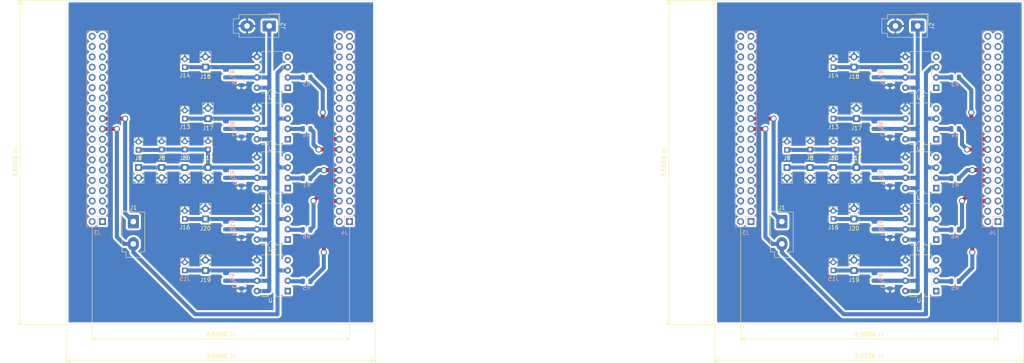
<source format=kicad_pcb>
(kicad_pcb (version 20171130) (host pcbnew "(5.1.4)-1")
  (title_block (title "Szild transoptorowy do STM") (comment 1 "Kurwa, muszę coś napisać XD"))
  (layers (0 F.Cu signal) (31 B.Cu signal) (34 B.Paste user) (35 F.Paste user) (36 B.SilkS user) (37 F.SilkS user) (38 B.Mask user) (39 F.Mask user) (44 Edge.Cuts user))
  (net 0 "")
  (net 1 +5V)
  (net 2 GNDD)
  (net 3 VCC)
  (net 4 GND)
  (net 5 /TIM1_3-LT)
  (net 6 /TIM3_1-PT)
  (net 7 /TIM3_2-Z)
  (net 8 /TIM1_1-LP)
  (net 9 /TIM1_2-PP)
  (net 10 "Net-(J10-Pad1)")
  (net 11 "Net-(J13-Pad1)")
  (net 12 "Net-(J14-Pad1)")
  (net 13 "Net-(J15-Pad1)")
  (net 14 "Net-(J16-Pad1)")
  (net 15 "Net-(R1-Pad1)")
  (net 16 "Net-(R3-Pad1)")
  (net 17 "Net-(R4-Pad1)")
  (net 18 "Net-(R5-Pad1)")
  (net 19 "Net-(R6-Pad1)")
  (module Package_DIP:DIP-8_W7.62mm (layer F.Cu) (at 240.01 90.805 180)
    (fp_text reference U1 (at 3.81 -2.33) (layer F.SilkS))
    (fp_text value 6N137)
    (pad 8 thru_hole oval (at 7.62 0 180) (size 1.6 1.6) (drill 0.8) (layers *.Cu *.Mask) (net 1 +5V))
    (pad 4 thru_hole oval (at 0 7.62 180) (size 1.6 1.6) (drill 0.8) (layers *.Cu *.Mask))
    (pad 7 thru_hole oval (at 7.62 2.54 180) (size 1.6 1.6) (drill 0.8) (layers *.Cu *.Mask) (net 1 +5V))
    (pad 3 thru_hole oval (at 0 5.08 180) (size 1.6 1.6) (drill 0.8) (layers *.Cu *.Mask) (net 4 GND))
    (pad 6 thru_hole oval (at 7.62 5.08 180) (size 1.6 1.6) (drill 0.8) (layers *.Cu *.Mask) (net 10 "Net-(J10-Pad1)"))
    (pad 2 thru_hole oval (at 0 2.54 180) (size 1.6 1.6) (drill 0.8) (layers *.Cu *.Mask) (net 15 "Net-(R1-Pad1)"))
    (pad 5 thru_hole oval (at 7.62 7.62 180) (size 1.6 1.6) (drill 0.8) (layers *.Cu *.Mask) (net 2 GNDD))
    (pad 1 thru_hole rect (at 0 0 180) (size 1.6 1.6) (drill 0.8) (layers *.Cu *.Mask))
  )
  (module Resistor_SMD:R_0805_2012Metric (layer B.Cu) (at 224.77 75.2625 90)
    (fp_text reference R8 (at 0 1.65 270) (layer B.SilkS) (effects (justify mirror)))
    (fp_text value 4k7)
    (pad 1 smd roundrect (at -0.9375 0 90) (size 0.975 1.4) (layers B.Cu B.Paste B.Mask) (net 1 +5V))
    (pad 2 smd roundrect (at 0.9375 0 90) (size 0.975 1.4) (layers B.Cu B.Paste B.Mask) (net 11 "Net-(J13-Pad1)"))
  )
  (module Package_DIP:DIP-8_W7.62mm (layer F.Cu) (at 240.01 78.74 180)
    (fp_text reference U3 (at 3.81 -2.33) (layer F.SilkS))
    (fp_text value 6N137)
    (pad 1 thru_hole rect (at 0 0 180) (size 1.6 1.6) (drill 0.8) (layers *.Cu *.Mask))
    (pad 5 thru_hole oval (at 7.62 7.62 180) (size 1.6 1.6) (drill 0.8) (layers *.Cu *.Mask) (net 2 GNDD))
    (pad 2 thru_hole oval (at 0 2.54 180) (size 1.6 1.6) (drill 0.8) (layers *.Cu *.Mask) (net 17 "Net-(R4-Pad1)"))
    (pad 6 thru_hole oval (at 7.62 5.08 180) (size 1.6 1.6) (drill 0.8) (layers *.Cu *.Mask) (net 11 "Net-(J13-Pad1)"))
    (pad 3 thru_hole oval (at 0 5.08 180) (size 1.6 1.6) (drill 0.8) (layers *.Cu *.Mask) (net 4 GND))
    (pad 7 thru_hole oval (at 7.62 2.54 180) (size 1.6 1.6) (drill 0.8) (layers *.Cu *.Mask) (net 1 +5V))
    (pad 4 thru_hole oval (at 0 7.62 180) (size 1.6 1.6) (drill 0.8) (layers *.Cu *.Mask))
    (pad 8 thru_hole oval (at 7.62 0 180) (size 1.6 1.6) (drill 0.8) (layers *.Cu *.Mask) (net 1 +5V))
  )
  (module Resistor_SMD:R_0805_2012Metric (layer B.Cu) (at 224.77 112.7275 90)
    (fp_text reference R9 (at 0 1.65 270) (layer B.SilkS) (effects (justify mirror)))
    (fp_text value 4k7)
    (pad 2 smd roundrect (at 0.9375 0 90) (size 0.975 1.4) (layers B.Cu B.Paste B.Mask) (net 13 "Net-(J15-Pad1)"))
    (pad 1 smd roundrect (at -0.9375 0 90) (size 0.975 1.4) (layers B.Cu B.Paste B.Mask) (net 1 +5V))
  )
  (module Package_DIP:DIP-8_W7.62mm (layer F.Cu) (at 240.01 66.04 180)
    (fp_text reference U2 (at 3.81 -2.33) (layer F.SilkS))
    (fp_text value 6N137)
    (pad 8 thru_hole oval (at 7.62 0 180) (size 1.6 1.6) (drill 0.8) (layers *.Cu *.Mask) (net 1 +5V))
    (pad 4 thru_hole oval (at 0 7.62 180) (size 1.6 1.6) (drill 0.8) (layers *.Cu *.Mask))
    (pad 7 thru_hole oval (at 7.62 2.54 180) (size 1.6 1.6) (drill 0.8) (layers *.Cu *.Mask) (net 1 +5V))
    (pad 3 thru_hole oval (at 0 5.08 180) (size 1.6 1.6) (drill 0.8) (layers *.Cu *.Mask) (net 4 GND))
    (pad 6 thru_hole oval (at 7.62 5.08 180) (size 1.6 1.6) (drill 0.8) (layers *.Cu *.Mask) (net 12 "Net-(J14-Pad1)"))
    (pad 2 thru_hole oval (at 0 2.54 180) (size 1.6 1.6) (drill 0.8) (layers *.Cu *.Mask) (net 16 "Net-(R3-Pad1)"))
    (pad 5 thru_hole oval (at 7.62 7.62 180) (size 1.6 1.6) (drill 0.8) (layers *.Cu *.Mask) (net 2 GNDD))
    (pad 1 thru_hole rect (at 0 0 180) (size 1.6 1.6) (drill 0.8) (layers *.Cu *.Mask))
  )
  (module Package_DIP:DIP-8_W7.62mm (layer F.Cu) (at 240.01 103.505 180)
    (fp_text reference U5 (at 3.81 -2.33) (layer F.SilkS))
    (fp_text value 6N137)
    (pad 8 thru_hole oval (at 7.62 0 180) (size 1.6 1.6) (drill 0.8) (layers *.Cu *.Mask) (net 1 +5V))
    (pad 4 thru_hole oval (at 0 7.62 180) (size 1.6 1.6) (drill 0.8) (layers *.Cu *.Mask))
    (pad 7 thru_hole oval (at 7.62 2.54 180) (size 1.6 1.6) (drill 0.8) (layers *.Cu *.Mask) (net 1 +5V))
    (pad 3 thru_hole oval (at 0 5.08 180) (size 1.6 1.6) (drill 0.8) (layers *.Cu *.Mask) (net 4 GND))
    (pad 6 thru_hole oval (at 7.62 5.08 180) (size 1.6 1.6) (drill 0.8) (layers *.Cu *.Mask) (net 14 "Net-(J16-Pad1)"))
    (pad 2 thru_hole oval (at 0 2.54 180) (size 1.6 1.6) (drill 0.8) (layers *.Cu *.Mask) (net 19 "Net-(R6-Pad1)"))
    (pad 5 thru_hole oval (at 7.62 7.62 180) (size 1.6 1.6) (drill 0.8) (layers *.Cu *.Mask) (net 2 GNDD))
    (pad 1 thru_hole rect (at 0 0 180) (size 1.6 1.6) (drill 0.8) (layers *.Cu *.Mask))
  )
  (module Package_DIP:DIP-8_W7.62mm (layer F.Cu) (at 240.01 116.205 180)
    (fp_text reference U4 (at 3.81 -2.33) (layer F.SilkS))
    (fp_text value 6N137)
    (pad 1 thru_hole rect (at 0 0 180) (size 1.6 1.6) (drill 0.8) (layers *.Cu *.Mask))
    (pad 5 thru_hole oval (at 7.62 7.62 180) (size 1.6 1.6) (drill 0.8) (layers *.Cu *.Mask) (net 2 GNDD))
    (pad 2 thru_hole oval (at 0 2.54 180) (size 1.6 1.6) (drill 0.8) (layers *.Cu *.Mask) (net 18 "Net-(R5-Pad1)"))
    (pad 6 thru_hole oval (at 7.62 5.08 180) (size 1.6 1.6) (drill 0.8) (layers *.Cu *.Mask) (net 13 "Net-(J15-Pad1)"))
    (pad 3 thru_hole oval (at 0 5.08 180) (size 1.6 1.6) (drill 0.8) (layers *.Cu *.Mask) (net 4 GND))
    (pad 7 thru_hole oval (at 7.62 2.54 180) (size 1.6 1.6) (drill 0.8) (layers *.Cu *.Mask) (net 1 +5V))
    (pad 4 thru_hole oval (at 0 7.62 180) (size 1.6 1.6) (drill 0.8) (layers *.Cu *.Mask))
    (pad 8 thru_hole oval (at 7.62 0 180) (size 1.6 1.6) (drill 0.8) (layers *.Cu *.Mask) (net 1 +5V))
  )
  (module Resistor_SMD:R_0805_2012Metric (layer B.Cu) (at 224.77 100.0275 90)
    (fp_text reference R10 (at 0 1.65 270) (layer B.SilkS) (effects (justify mirror)))
    (fp_text value 4k7)
    (pad 2 smd roundrect (at 0.9375 0 90) (size 0.975 1.4) (layers B.Cu B.Paste B.Mask) (net 14 "Net-(J16-Pad1)"))
    (pad 1 smd roundrect (at -0.9375 0 90) (size 0.975 1.4) (layers B.Cu B.Paste B.Mask) (net 1 +5V))
  )
  (module Resistor_SMD:R_0805_2012Metric (layer B.Cu) (at 244.6605 113.792)
    (fp_text reference R5 (at 0 1.65) (layer B.SilkS) (effects (justify mirror)))
    (fp_text value 470R)
    (pad 1 smd roundrect (at -0.9375 0) (size 0.975 1.4) (layers B.Cu B.Paste B.Mask) (net 18 "Net-(R5-Pad1)"))
    (pad 2 smd roundrect (at 0.9375 0) (size 0.975 1.4) (layers B.Cu B.Paste B.Mask) (net 5 /TIM1_3-LT))
  )
  (module Resistor_SMD:R_0805_2012Metric (layer B.Cu) (at 244.6605 63.5)
    (fp_text reference R3 (at 0 1.65) (layer B.SilkS) (effects (justify mirror)))
    (fp_text value 470R)
    (pad 2 smd roundrect (at 0.9375 0) (size 0.975 1.4) (layers B.Cu B.Paste B.Mask) (net 9 /TIM1_2-PP))
    (pad 1 smd roundrect (at -0.9375 0) (size 0.975 1.4) (layers B.Cu B.Paste B.Mask) (net 16 "Net-(R3-Pad1)"))
  )
  (module Resistor_SMD:R_0805_2012Metric (layer B.Cu) (at 244.6605 88.392)
    (fp_text reference R1 (at 0 1.65) (layer B.SilkS) (effects (justify mirror)))
    (fp_text value 470R)
    (pad 1 smd roundrect (at -0.9375 0) (size 0.975 1.4) (layers B.Cu B.Paste B.Mask) (net 15 "Net-(R1-Pad1)"))
    (pad 2 smd roundrect (at 0.9375 0) (size 0.975 1.4) (layers B.Cu B.Paste B.Mask) (net 7 /TIM3_2-Z))
  )
  (module Connector_PinHeader_2.54mm:PinHeader_1x02_P2.54mm_Vertical (layer F.Cu) (at 219.69 98.425 180)
    (fp_text reference J20 (at 0 -2.33) (layer F.SilkS))
    (fp_text value PT)
    (pad 1 thru_hole rect (at 0 0 180) (size 1.7 1.7) (drill 1) (layers *.Cu *.Mask) (net 14 "Net-(J16-Pad1)"))
    (pad 2 thru_hole oval (at 0 2.54 180) (size 1.7 1.7) (drill 1) (layers *.Cu *.Mask) (net 2 GNDD))
  )
  (module Connector_PinHeader_2.54mm:PinHeader_1x02_P2.54mm_Vertical (layer F.Cu) (at 219.69 60.96 180)
    (fp_text reference J18 (at 0 -2.33) (layer F.SilkS))
    (fp_text value PP)
    (pad 2 thru_hole oval (at 0 2.54 180) (size 1.7 1.7) (drill 1) (layers *.Cu *.Mask) (net 2 GNDD))
    (pad 1 thru_hole rect (at 0 0 180) (size 1.7 1.7) (drill 1) (layers *.Cu *.Mask) (net 12 "Net-(J14-Pad1)"))
  )
  (module Connector_PinHeader_2.54mm:PinHeader_1x02_P2.54mm_Vertical (layer F.Cu) (at 220.325 73.66 180)
    (fp_text reference J17 (at 0 -2.33) (layer F.SilkS))
    (fp_text value LP)
    (pad 2 thru_hole oval (at 0 2.54 180) (size 1.7 1.7) (drill 1) (layers *.Cu *.Mask) (net 2 GNDD))
    (pad 1 thru_hole rect (at 0 0 180) (size 1.7 1.7) (drill 1) (layers *.Cu *.Mask) (net 11 "Net-(J13-Pad1)"))
  )
  (module Connector_PinHeader_2.00mm:PinHeader_1x02_P2.00mm_Vertical (layer B.Cu) (at 214.61 111.125)
    (fp_text reference J15 (at 0 2.06) (layer B.SilkS) (effects (justify mirror)))
    (fp_text value LT_2_0)
    (pad 2 thru_hole oval (at 0 -2) (size 1.35 1.35) (drill 0.8) (layers *.Cu *.Mask) (net 2 GNDD))
    (pad 1 thru_hole rect (at 0 0) (size 1.35 1.35) (drill 0.8) (layers *.Cu *.Mask) (net 13 "Net-(J15-Pad1)"))
  )
  (module Connector_PinHeader_2.00mm:PinHeader_1x02_P2.00mm_Vertical (layer F.Cu) (at 214.61 73.66 180)
    (fp_text reference J13 (at 0 -2.06) (layer F.SilkS))
    (fp_text value LP_2_0)
    (pad 1 thru_hole rect (at 0 0 180) (size 1.35 1.35) (drill 0.8) (layers *.Cu *.Mask) (net 11 "Net-(J13-Pad1)"))
    (pad 2 thru_hole oval (at 0 2 180) (size 1.35 1.35) (drill 0.8) (layers *.Cu *.Mask) (net 2 GNDD))
  )
  (module Connector_PinHeader_2.00mm:PinHeader_1x02_P2.00mm_Vertical (layer F.Cu) (at 220.325 81.28 180)
    (fp_text reference J11 (at 0 -2.06) (layer F.SilkS))
    (fp_text value Z4_2_0)
    (pad 1 thru_hole rect (at 0 0 180) (size 1.35 1.35) (drill 0.8) (layers *.Cu *.Mask) (net 10 "Net-(J10-Pad1)"))
    (pad 2 thru_hole oval (at 0 2 180) (size 1.35 1.35) (drill 0.8) (layers *.Cu *.Mask) (net 2 GNDD))
  )
  (module Connector_PinHeader_2.54mm:PinHeader_1x02_P2.54mm_Vertical (layer F.Cu) (at 220.325 85.725)
    (fp_text reference J12 (at 0 -2.33) (layer F.SilkS))
    (fp_text value Z4)
    (pad 1 thru_hole rect (at 0 0) (size 1.7 1.7) (drill 1) (layers *.Cu *.Mask) (net 10 "Net-(J10-Pad1)"))
    (pad 2 thru_hole oval (at 0 2.54) (size 1.7 1.7) (drill 1) (layers *.Cu *.Mask) (net 2 GNDD))
  )
  (module Connector_PinHeader_2.54mm:PinHeader_1x02_P2.54mm_Vertical (layer F.Cu) (at 214.61 85.725)
    (fp_text reference J10 (at 0 -2.33) (layer F.SilkS))
    (fp_text value Z3)
    (pad 1 thru_hole rect (at 0 0) (size 1.7 1.7) (drill 1) (layers *.Cu *.Mask) (net 10 "Net-(J10-Pad1)"))
    (pad 2 thru_hole oval (at 0 2.54) (size 1.7 1.7) (drill 1) (layers *.Cu *.Mask) (net 2 GNDD))
  )
  (module Connector_PinHeader_2.00mm:PinHeader_1x02_P2.00mm_Vertical (layer F.Cu) (at 214.61 98.425 180)
    (fp_text reference J16 (at 0 -2.06) (layer F.SilkS))
    (fp_text value PT_2_0)
    (pad 1 thru_hole rect (at 0 0 180) (size 1.35 1.35) (drill 0.8) (layers *.Cu *.Mask) (net 14 "Net-(J16-Pad1)"))
    (pad 2 thru_hole oval (at 0 2 180) (size 1.35 1.35) (drill 0.8) (layers *.Cu *.Mask) (net 2 GNDD))
  )
  (module Resistor_SMD:R_0805_2012Metric (layer B.Cu) (at 224.77 62.5325 90)
    (fp_text reference R7 (at 0 1.65 270) (layer B.SilkS) (effects (justify mirror)))
    (fp_text value 4k7)
    (pad 2 smd roundrect (at 0.9375 0 90) (size 0.975 1.4) (layers B.Cu B.Paste B.Mask) (net 12 "Net-(J14-Pad1)"))
    (pad 1 smd roundrect (at -0.9375 0 90) (size 0.975 1.4) (layers B.Cu B.Paste B.Mask) (net 1 +5V))
  )
  (module Resistor_SMD:R_0805_2012Metric (layer B.Cu) (at 244.6605 76.2)
    (fp_text reference R4 (at 0 1.65) (layer B.SilkS) (effects (justify mirror)))
    (fp_text value 470R)
    (pad 1 smd roundrect (at -0.9375 0) (size 0.975 1.4) (layers B.Cu B.Paste B.Mask) (net 17 "Net-(R4-Pad1)"))
    (pad 2 smd roundrect (at 0.9375 0) (size 0.975 1.4) (layers B.Cu B.Paste B.Mask) (net 8 /TIM1_1-LP))
  )
  (module Connector_PinHeader_2.54mm:PinHeader_1x02_P2.54mm_Vertical (layer F.Cu) (at 219.69 111.125 180)
    (fp_text reference J19 (at 0 -2.33) (layer F.SilkS))
    (fp_text value LT)
    (pad 2 thru_hole oval (at 0 2.54 180) (size 1.7 1.7) (drill 1) (layers *.Cu *.Mask) (net 2 GNDD))
    (pad 1 thru_hole rect (at 0 0 180) (size 1.7 1.7) (drill 1) (layers *.Cu *.Mask) (net 13 "Net-(J15-Pad1)"))
  )
  (module Resistor_SMD:R_0805_2012Metric (layer B.Cu) (at 244.6605 101.092)
    (fp_text reference R6 (at 0 1.65) (layer B.SilkS) (effects (justify mirror)))
    (fp_text value 470R)
    (pad 2 smd roundrect (at 0.9375 0) (size 0.975 1.4) (layers B.Cu B.Paste B.Mask) (net 6 /TIM3_1-PT))
    (pad 1 smd roundrect (at -0.9375 0) (size 0.975 1.4) (layers B.Cu B.Paste B.Mask) (net 19 "Net-(R6-Pad1)"))
  )
  (module Resistor_SMD:R_0805_2012Metric (layer B.Cu) (at 224.77 87.3275 90)
    (fp_text reference R2 (at 0 1.65 270) (layer B.SilkS) (effects (justify mirror)))
    (fp_text value 4k7)
    (pad 2 smd roundrect (at 0.9375 0 90) (size 0.975 1.4) (layers B.Cu B.Paste B.Mask) (net 10 "Net-(J10-Pad1)"))
    (pad 1 smd roundrect (at -0.9375 0 90) (size 0.975 1.4) (layers B.Cu B.Paste B.Mask) (net 1 +5V))
  )
  (module Connector_PinHeader_2.00mm:PinHeader_1x02_P2.00mm_Vertical (layer F.Cu) (at 214.61 60.96 180)
    (fp_text reference J14 (at 0 -2.06) (layer F.SilkS))
    (fp_text value PP_2_0)
    (pad 2 thru_hole oval (at 0 2 180) (size 1.35 1.35) (drill 0.8) (layers *.Cu *.Mask) (net 2 GNDD))
    (pad 1 thru_hole rect (at 0 0 180) (size 1.35 1.35) (drill 0.8) (layers *.Cu *.Mask) (net 12 "Net-(J14-Pad1)"))
  )
  (module Connector_PinHeader_2.00mm:PinHeader_1x02_P2.00mm_Vertical (layer F.Cu) (at 214.61 81.28 180)
    (fp_text reference J9 (at 0 -2.06) (layer F.SilkS))
    (fp_text value Z3_2_0)
    (pad 2 thru_hole oval (at 0 2 180) (size 1.35 1.35) (drill 0.8) (layers *.Cu *.Mask) (net 2 GNDD))
    (pad 1 thru_hole rect (at 0 0 180) (size 1.35 1.35) (drill 0.8) (layers *.Cu *.Mask) (net 10 "Net-(J10-Pad1)"))
  )
  (module Connector_PinHeader_2.54mm:PinHeader_1x02_P2.54mm_Vertical (layer F.Cu) (at 208.895 85.725)
    (fp_text reference J8 (at 0 -2.33) (layer F.SilkS))
    (fp_text value Z2)
    (pad 2 thru_hole oval (at 0 2.54) (size 1.7 1.7) (drill 1) (layers *.Cu *.Mask) (net 2 GNDD))
    (pad 1 thru_hole rect (at 0 0) (size 1.7 1.7) (drill 1) (layers *.Cu *.Mask) (net 10 "Net-(J10-Pad1)"))
  )
  (module Capacitor_SMD:C_0805_2012Metric (layer B.Cu) (at 228.58 64.4375 270)
    (fp_text reference C5 (at 0 1.65 270) (layer B.SilkS) (effects (justify mirror)))
    (fp_text value 10n)
    (pad 1 smd roundrect (at -0.9375 0 270) (size 0.975 1.4) (layers B.Cu B.Paste B.Mask) (net 1 +5V))
    (pad 2 smd roundrect (at 0.9375 0 270) (size 0.975 1.4) (layers B.Cu B.Paste B.Mask) (net 2 GNDD))
  )
  (module Capacitor_SMD:C_0805_2012Metric (layer B.Cu) (at 228.58 77.1375 270)
    (fp_text reference C2 (at 0 1.65 270) (layer B.SilkS) (effects (justify mirror)))
    (fp_text value 10n)
    (pad 1 smd roundrect (at -0.9375 0 270) (size 0.975 1.4) (layers B.Cu B.Paste B.Mask) (net 1 +5V))
    (pad 2 smd roundrect (at 0.9375 0 270) (size 0.975 1.4) (layers B.Cu B.Paste B.Mask) (net 2 GNDD))
  )
  (module Connector_Molex:Molex_Mini-Fit_Jr_5566-02A_2x01_P4.20mm_Vertical (layer F.Cu) (at 235.438 50.8 270)
    (fp_text reference J2 (at 0 -3.45 90) (layer F.SilkS))
    (fp_text value Zasilanie_wyjść)
    (pad 1 thru_hole roundrect (at 0 0 270) (size 2.7 3.3) (drill 1.4) (layers *.Cu *.Mask) (roundrect_rratio 0.09259299999999999) (net 1 +5V))
    (pad 2 thru_hole oval (at 0 5.5 270) (size 2.7 3.3) (drill 1.4) (layers *.Cu *.Mask) (net 2 GNDD))
  )
  (module Connector_PinSocket_2.54mm:PinSocket_2x19_P2.54mm_Vertical (layer B.Cu) (at 255.25 99.06)
    (fp_text reference J4 (at -1.27 2.77) (layer B.SilkS) (effects (justify mirror)))
    (fp_text value Header_right)
    (pad 1 thru_hole rect (at 0 0) (size 1.7 1.7) (drill 1) (layers *.Cu *.Mask))
    (pad 2 thru_hole oval (at -2.54 0) (size 1.7 1.7) (drill 1) (layers *.Cu *.Mask))
    (pad 3 thru_hole oval (at 0 -2.54) (size 1.7 1.7) (drill 1) (layers *.Cu *.Mask))
    (pad 4 thru_hole oval (at -2.54 -2.54) (size 1.7 1.7) (drill 1) (layers *.Cu *.Mask))
    (pad 5 thru_hole oval (at 0 -5.08) (size 1.7 1.7) (drill 1) (layers *.Cu *.Mask))
    (pad 6 thru_hole oval (at -2.54 -5.08) (size 1.7 1.7) (drill 1) (layers *.Cu *.Mask) (net 5 /TIM1_3-LT))
    (pad 7 thru_hole oval (at 0 -7.62) (size 1.7 1.7) (drill 1) (layers *.Cu *.Mask))
    (pad 8 thru_hole oval (at -2.54 -7.62) (size 1.7 1.7) (drill 1) (layers *.Cu *.Mask))
    (pad 9 thru_hole oval (at 0 -10.16) (size 1.7 1.7) (drill 1) (layers *.Cu *.Mask))
    (pad 10 thru_hole oval (at -2.54 -10.16) (size 1.7 1.7) (drill 1) (layers *.Cu *.Mask) (net 6 /TIM3_1-PT))
    (pad 11 thru_hole oval (at 0 -12.7) (size 1.7 1.7) (drill 1) (layers *.Cu *.Mask))
    (pad 12 thru_hole oval (at -2.54 -12.7) (size 1.7 1.7) (drill 1) (layers *.Cu *.Mask) (net 7 /TIM3_2-Z))
    (pad 13 thru_hole oval (at 0 -15.24) (size 1.7 1.7) (drill 1) (layers *.Cu *.Mask))
    (pad 14 thru_hole oval (at -2.54 -15.24) (size 1.7 1.7) (drill 1) (layers *.Cu *.Mask))
    (pad 15 thru_hole oval (at 0 -17.78) (size 1.7 1.7) (drill 1) (layers *.Cu *.Mask))
    (pad 16 thru_hole oval (at -2.54 -17.78) (size 1.7 1.7) (drill 1) (layers *.Cu *.Mask) (net 8 /TIM1_1-LP))
    (pad 17 thru_hole oval (at 0 -20.32) (size 1.7 1.7) (drill 1) (layers *.Cu *.Mask))
    (pad 18 thru_hole oval (at -2.54 -20.32) (size 1.7 1.7) (drill 1) (layers *.Cu *.Mask) (net 9 /TIM1_2-PP))
    (pad 19 thru_hole oval (at 0 -22.86) (size 1.7 1.7) (drill 1) (layers *.Cu *.Mask))
    (pad 20 thru_hole oval (at -2.54 -22.86) (size 1.7 1.7) (drill 1) (layers *.Cu *.Mask))
    (pad 21 thru_hole oval (at 0 -25.4) (size 1.7 1.7) (drill 1) (layers *.Cu *.Mask))
    (pad 22 thru_hole oval (at -2.54 -25.4) (size 1.7 1.7) (drill 1) (layers *.Cu *.Mask))
    (pad 23 thru_hole oval (at 0 -27.94) (size 1.7 1.7) (drill 1) (layers *.Cu *.Mask))
    (pad 24 thru_hole oval (at -2.54 -27.94) (size 1.7 1.7) (drill 1) (layers *.Cu *.Mask))
    (pad 25 thru_hole oval (at 0 -30.48) (size 1.7 1.7) (drill 1) (layers *.Cu *.Mask))
    (pad 26 thru_hole oval (at -2.54 -30.48) (size 1.7 1.7) (drill 1) (layers *.Cu *.Mask))
    (pad 27 thru_hole oval (at 0 -33.02) (size 1.7 1.7) (drill 1) (layers *.Cu *.Mask))
    (pad 28 thru_hole oval (at -2.54 -33.02) (size 1.7 1.7) (drill 1) (layers *.Cu *.Mask))
    (pad 29 thru_hole oval (at 0 -35.56) (size 1.7 1.7) (drill 1) (layers *.Cu *.Mask))
    (pad 30 thru_hole oval (at -2.54 -35.56) (size 1.7 1.7) (drill 1) (layers *.Cu *.Mask))
    (pad 31 thru_hole oval (at 0 -38.1) (size 1.7 1.7) (drill 1) (layers *.Cu *.Mask))
    (pad 32 thru_hole oval (at -2.54 -38.1) (size 1.7 1.7) (drill 1) (layers *.Cu *.Mask))
    (pad 33 thru_hole oval (at 0 -40.64) (size 1.7 1.7) (drill 1) (layers *.Cu *.Mask))
    (pad 34 thru_hole oval (at -2.54 -40.64) (size 1.7 1.7) (drill 1) (layers *.Cu *.Mask))
    (pad 35 thru_hole oval (at 0 -43.18) (size 1.7 1.7) (drill 1) (layers *.Cu *.Mask))
    (pad 36 thru_hole oval (at -2.54 -43.18) (size 1.7 1.7) (drill 1) (layers *.Cu *.Mask))
    (pad 37 thru_hole oval (at 0 -45.72) (size 1.7 1.7) (drill 1) (layers *.Cu *.Mask))
    (pad 38 thru_hole oval (at -2.54 -45.72) (size 1.7 1.7) (drill 1) (layers *.Cu *.Mask))
  )
  (module Capacitor_SMD:C_0805_2012Metric (layer B.Cu) (at 228.58 101.9025 270)
    (fp_text reference C1 (at 0 1.65 270) (layer B.SilkS) (effects (justify mirror)))
    (fp_text value 10n)
    (pad 2 smd roundrect (at 0.9375 0 270) (size 0.975 1.4) (layers B.Cu B.Paste B.Mask) (net 2 GNDD))
    (pad 1 smd roundrect (at -0.9375 0 270) (size 0.975 1.4) (layers B.Cu B.Paste B.Mask) (net 1 +5V))
  )
  (module Connector_Molex:Molex_Mini-Fit_Jr_5566-02A_2x01_P4.20mm_Vertical (layer F.Cu) (at 201.91 99.06)
    (fp_text reference J1 (at 0 -3.45) (layer F.SilkS))
    (fp_text value Zasilanie_wejść)
    (pad 2 thru_hole oval (at 0 5.5) (size 2.7 3.3) (drill 1.4) (layers *.Cu *.Mask) (net 4 GND))
    (pad 1 thru_hole roundrect (at 0 0) (size 2.7 3.3) (drill 1.4) (layers *.Cu *.Mask) (roundrect_rratio 0.09259299999999999) (net 3 VCC))
  )
  (module Capacitor_SMD:C_0805_2012Metric (layer B.Cu) (at 228.58 89.2025 270)
    (fp_text reference C4 (at 0 1.65 270) (layer B.SilkS) (effects (justify mirror)))
    (fp_text value 10n)
    (pad 2 smd roundrect (at 0.9375 0 270) (size 0.975 1.4) (layers B.Cu B.Paste B.Mask) (net 2 GNDD))
    (pad 1 smd roundrect (at -0.9375 0 270) (size 0.975 1.4) (layers B.Cu B.Paste B.Mask) (net 1 +5V))
  )
  (module Connector_PinHeader_2.00mm:PinHeader_1x02_P2.00mm_Vertical (layer F.Cu) (at 203.18 81.375 180)
    (fp_text reference J7 (at 0 -2.06) (layer F.SilkS))
    (fp_text value Z2_2_0)
    (pad 1 thru_hole rect (at 0 0 180) (size 1.35 1.35) (drill 0.8) (layers *.Cu *.Mask) (net 10 "Net-(J10-Pad1)"))
    (pad 2 thru_hole oval (at 0 2 180) (size 1.35 1.35) (drill 0.8) (layers *.Cu *.Mask) (net 2 GNDD))
  )
  (module Connector_PinHeader_2.54mm:PinHeader_1x02_P2.54mm_Vertical (layer F.Cu) (at 203.18 85.725)
    (fp_text reference J6 (at 0 -2.33) (layer F.SilkS))
    (fp_text value Z1)
    (pad 1 thru_hole rect (at 0 0) (size 1.7 1.7) (drill 1) (layers *.Cu *.Mask) (net 10 "Net-(J10-Pad1)"))
    (pad 2 thru_hole oval (at 0 2.54) (size 1.7 1.7) (drill 1) (layers *.Cu *.Mask) (net 2 GNDD))
  )
  (module Capacitor_SMD:C_0805_2012Metric (layer B.Cu) (at 228.58 114.6025 270)
    (fp_text reference C3 (at 0 1.65 270) (layer B.SilkS) (effects (justify mirror)))
    (fp_text value 10n)
    (pad 2 smd roundrect (at 0.9375 0 270) (size 0.975 1.4) (layers B.Cu B.Paste B.Mask) (net 2 GNDD))
    (pad 1 smd roundrect (at -0.9375 0 270) (size 0.975 1.4) (layers B.Cu B.Paste B.Mask) (net 1 +5V))
  )
  (module Connector_PinHeader_2.00mm:PinHeader_1x02_P2.00mm_Vertical (layer F.Cu) (at 208.895 81.28 180)
    (fp_text reference J5 (at 0 -2.06) (layer F.SilkS))
    (fp_text value Z1_2_0)
    (pad 2 thru_hole oval (at 0 2 180) (size 1.35 1.35) (drill 0.8) (layers *.Cu *.Mask) (net 2 GNDD))
    (pad 1 thru_hole rect (at 0 0 180) (size 1.35 1.35) (drill 0.8) (layers *.Cu *.Mask) (net 10 "Net-(J10-Pad1)"))
  )
  (module Connector_PinSocket_2.54mm:PinSocket_2x19_P2.54mm_Vertical (layer B.Cu) (at 194.29 99.06)
    (fp_text reference J3 (at -1.27 2.77) (layer B.SilkS) (effects (justify mirror)))
    (fp_text value Header_left)
    (pad 38 thru_hole oval (at -2.54 -45.72) (size 1.7 1.7) (drill 1) (layers *.Cu *.Mask))
    (pad 37 thru_hole oval (at 0 -45.72) (size 1.7 1.7) (drill 1) (layers *.Cu *.Mask))
    (pad 36 thru_hole oval (at -2.54 -43.18) (size 1.7 1.7) (drill 1) (layers *.Cu *.Mask))
    (pad 35 thru_hole oval (at 0 -43.18) (size 1.7 1.7) (drill 1) (layers *.Cu *.Mask))
    (pad 34 thru_hole oval (at -2.54 -40.64) (size 1.7 1.7) (drill 1) (layers *.Cu *.Mask))
    (pad 33 thru_hole oval (at 0 -40.64) (size 1.7 1.7) (drill 1) (layers *.Cu *.Mask))
    (pad 32 thru_hole oval (at -2.54 -38.1) (size 1.7 1.7) (drill 1) (layers *.Cu *.Mask))
    (pad 31 thru_hole oval (at 0 -38.1) (size 1.7 1.7) (drill 1) (layers *.Cu *.Mask))
    (pad 30 thru_hole oval (at -2.54 -35.56) (size 1.7 1.7) (drill 1) (layers *.Cu *.Mask))
    (pad 29 thru_hole oval (at 0 -35.56) (size 1.7 1.7) (drill 1) (layers *.Cu *.Mask))
    (pad 28 thru_hole oval (at -2.54 -33.02) (size 1.7 1.7) (drill 1) (layers *.Cu *.Mask))
    (pad 27 thru_hole oval (at 0 -33.02) (size 1.7 1.7) (drill 1) (layers *.Cu *.Mask))
    (pad 26 thru_hole oval (at -2.54 -30.48) (size 1.7 1.7) (drill 1) (layers *.Cu *.Mask))
    (pad 25 thru_hole oval (at 0 -30.48) (size 1.7 1.7) (drill 1) (layers *.Cu *.Mask))
    (pad 24 thru_hole oval (at -2.54 -27.94) (size 1.7 1.7) (drill 1) (layers *.Cu *.Mask))
    (pad 23 thru_hole oval (at 0 -27.94) (size 1.7 1.7) (drill 1) (layers *.Cu *.Mask))
    (pad 22 thru_hole oval (at -2.54 -25.4) (size 1.7 1.7) (drill 1) (layers *.Cu *.Mask))
    (pad 21 thru_hole oval (at 0 -25.4) (size 1.7 1.7) (drill 1) (layers *.Cu *.Mask) (net 3 VCC))
    (pad 20 thru_hole oval (at -2.54 -22.86) (size 1.7 1.7) (drill 1) (layers *.Cu *.Mask))
    (pad 19 thru_hole oval (at 0 -22.86) (size 1.7 1.7) (drill 1) (layers *.Cu *.Mask) (net 4 GND))
    (pad 18 thru_hole oval (at -2.54 -20.32) (size 1.7 1.7) (drill 1) (layers *.Cu *.Mask))
    (pad 17 thru_hole oval (at 0 -20.32) (size 1.7 1.7) (drill 1) (layers *.Cu *.Mask))
    (pad 16 thru_hole oval (at -2.54 -17.78) (size 1.7 1.7) (drill 1) (layers *.Cu *.Mask))
    (pad 15 thru_hole oval (at 0 -17.78) (size 1.7 1.7) (drill 1) (layers *.Cu *.Mask))
    (pad 14 thru_hole oval (at -2.54 -15.24) (size 1.7 1.7) (drill 1) (layers *.Cu *.Mask))
    (pad 13 thru_hole oval (at 0 -15.24) (size 1.7 1.7) (drill 1) (layers *.Cu *.Mask))
    (pad 12 thru_hole oval (at -2.54 -12.7) (size 1.7 1.7) (drill 1) (layers *.Cu *.Mask))
    (pad 11 thru_hole oval (at 0 -12.7) (size 1.7 1.7) (drill 1) (layers *.Cu *.Mask))
    (pad 10 thru_hole oval (at -2.54 -10.16) (size 1.7 1.7) (drill 1) (layers *.Cu *.Mask))
    (pad 9 thru_hole oval (at 0 -10.16) (size 1.7 1.7) (drill 1) (layers *.Cu *.Mask))
    (pad 8 thru_hole oval (at -2.54 -7.62) (size 1.7 1.7) (drill 1) (layers *.Cu *.Mask))
    (pad 7 thru_hole oval (at 0 -7.62) (size 1.7 1.7) (drill 1) (layers *.Cu *.Mask))
    (pad 6 thru_hole oval (at -2.54 -5.08) (size 1.7 1.7) (drill 1) (layers *.Cu *.Mask))
    (pad 5 thru_hole oval (at 0 -5.08) (size 1.7 1.7) (drill 1) (layers *.Cu *.Mask))
    (pad 4 thru_hole oval (at -2.54 -2.54) (size 1.7 1.7) (drill 1) (layers *.Cu *.Mask))
    (pad 3 thru_hole oval (at 0 -2.54) (size 1.7 1.7) (drill 1) (layers *.Cu *.Mask))
    (pad 2 thru_hole oval (at -2.54 0) (size 1.7 1.7) (drill 1) (layers *.Cu *.Mask))
    (pad 1 thru_hole rect (at 0 0) (size 1.7 1.7) (drill 1) (layers *.Cu *.Mask))
  )
  (module Capacitor_SMD:C_0805_2012Metric (layer B.Cu) (at 68.58 101.9025 270)
    (fp_text reference C1 (at 0 1.65 270) (layer B.SilkS) (effects (justify mirror)))
    (fp_text value 10n)
    (pad 1 smd roundrect (at -0.9375 0 270) (size 0.975 1.4) (layers B.Cu B.Paste B.Mask) (net 1 +5V))
    (pad 2 smd roundrect (at 0.9375 0 270) (size 0.975 1.4) (layers B.Cu B.Paste B.Mask) (net 2 GNDD))
  )
  (module Capacitor_SMD:C_0805_2012Metric (layer B.Cu) (at 68.58 77.1375 270)
    (fp_text reference C2 (at 0 1.65 270) (layer B.SilkS) (effects (justify mirror)))
    (fp_text value 10n)
    (pad 2 smd roundrect (at 0.9375 0 270) (size 0.975 1.4) (layers B.Cu B.Paste B.Mask) (net 2 GNDD))
    (pad 1 smd roundrect (at -0.9375 0 270) (size 0.975 1.4) (layers B.Cu B.Paste B.Mask) (net 1 +5V))
  )
  (module Capacitor_SMD:C_0805_2012Metric (layer B.Cu) (at 68.58 114.6025 270)
    (fp_text reference C3 (at 0 1.65 270) (layer B.SilkS) (effects (justify mirror)))
    (fp_text value 10n)
    (pad 1 smd roundrect (at -0.9375 0 270) (size 0.975 1.4) (layers B.Cu B.Paste B.Mask) (net 1 +5V))
    (pad 2 smd roundrect (at 0.9375 0 270) (size 0.975 1.4) (layers B.Cu B.Paste B.Mask) (net 2 GNDD))
  )
  (module Capacitor_SMD:C_0805_2012Metric (layer B.Cu) (at 68.58 89.2025 270)
    (fp_text reference C4 (at 0 1.65 270) (layer B.SilkS) (effects (justify mirror)))
    (fp_text value 10n)
    (pad 1 smd roundrect (at -0.9375 0 270) (size 0.975 1.4) (layers B.Cu B.Paste B.Mask) (net 1 +5V))
    (pad 2 smd roundrect (at 0.9375 0 270) (size 0.975 1.4) (layers B.Cu B.Paste B.Mask) (net 2 GNDD))
  )
  (module Capacitor_SMD:C_0805_2012Metric (layer B.Cu) (at 68.58 64.4375 270)
    (fp_text reference C5 (at 0 1.65 270) (layer B.SilkS) (effects (justify mirror)))
    (fp_text value 10n)
    (pad 2 smd roundrect (at 0.9375 0 270) (size 0.975 1.4) (layers B.Cu B.Paste B.Mask) (net 2 GNDD))
    (pad 1 smd roundrect (at -0.9375 0 270) (size 0.975 1.4) (layers B.Cu B.Paste B.Mask) (net 1 +5V))
  )
  (module Connector_Molex:Molex_Mini-Fit_Jr_5566-02A_2x01_P4.20mm_Vertical (layer F.Cu) (at 41.91 99.06)
    (fp_text reference J1 (at 0 -3.45) (layer F.SilkS))
    (fp_text value Zasilanie_wejść)
    (pad 1 thru_hole roundrect (at 0 0) (size 2.7 3.3) (drill 1.4) (layers *.Cu *.Mask) (roundrect_rratio 0.09259299999999999) (net 3 VCC))
    (pad 2 thru_hole oval (at 0 5.5) (size 2.7 3.3) (drill 1.4) (layers *.Cu *.Mask) (net 4 GND))
  )
  (module Connector_Molex:Molex_Mini-Fit_Jr_5566-02A_2x01_P4.20mm_Vertical (layer F.Cu) (at 75.438 50.8 270)
    (fp_text reference J2 (at 0 -3.45 90) (layer F.SilkS))
    (fp_text value Zasilanie_wyjść)
    (pad 2 thru_hole oval (at 0 5.5 270) (size 2.7 3.3) (drill 1.4) (layers *.Cu *.Mask) (net 2 GNDD))
    (pad 1 thru_hole roundrect (at 0 0 270) (size 2.7 3.3) (drill 1.4) (layers *.Cu *.Mask) (roundrect_rratio 0.09259299999999999) (net 1 +5V))
  )
  (module Connector_PinSocket_2.54mm:PinSocket_2x19_P2.54mm_Vertical (layer B.Cu) (at 34.29 99.06)
    (fp_text reference J3 (at -1.27 2.77) (layer B.SilkS) (effects (justify mirror)))
    (fp_text value Header_left)
    (pad 1 thru_hole rect (at 0 0) (size 1.7 1.7) (drill 1) (layers *.Cu *.Mask))
    (pad 2 thru_hole oval (at -2.54 0) (size 1.7 1.7) (drill 1) (layers *.Cu *.Mask))
    (pad 3 thru_hole oval (at 0 -2.54) (size 1.7 1.7) (drill 1) (layers *.Cu *.Mask))
    (pad 4 thru_hole oval (at -2.54 -2.54) (size 1.7 1.7) (drill 1) (layers *.Cu *.Mask))
    (pad 5 thru_hole oval (at 0 -5.08) (size 1.7 1.7) (drill 1) (layers *.Cu *.Mask))
    (pad 6 thru_hole oval (at -2.54 -5.08) (size 1.7 1.7) (drill 1) (layers *.Cu *.Mask))
    (pad 7 thru_hole oval (at 0 -7.62) (size 1.7 1.7) (drill 1) (layers *.Cu *.Mask))
    (pad 8 thru_hole oval (at -2.54 -7.62) (size 1.7 1.7) (drill 1) (layers *.Cu *.Mask))
    (pad 9 thru_hole oval (at 0 -10.16) (size 1.7 1.7) (drill 1) (layers *.Cu *.Mask))
    (pad 10 thru_hole oval (at -2.54 -10.16) (size 1.7 1.7) (drill 1) (layers *.Cu *.Mask))
    (pad 11 thru_hole oval (at 0 -12.7) (size 1.7 1.7) (drill 1) (layers *.Cu *.Mask))
    (pad 12 thru_hole oval (at -2.54 -12.7) (size 1.7 1.7) (drill 1) (layers *.Cu *.Mask))
    (pad 13 thru_hole oval (at 0 -15.24) (size 1.7 1.7) (drill 1) (layers *.Cu *.Mask))
    (pad 14 thru_hole oval (at -2.54 -15.24) (size 1.7 1.7) (drill 1) (layers *.Cu *.Mask))
    (pad 15 thru_hole oval (at 0 -17.78) (size 1.7 1.7) (drill 1) (layers *.Cu *.Mask))
    (pad 16 thru_hole oval (at -2.54 -17.78) (size 1.7 1.7) (drill 1) (layers *.Cu *.Mask))
    (pad 17 thru_hole oval (at 0 -20.32) (size 1.7 1.7) (drill 1) (layers *.Cu *.Mask))
    (pad 18 thru_hole oval (at -2.54 -20.32) (size 1.7 1.7) (drill 1) (layers *.Cu *.Mask))
    (pad 19 thru_hole oval (at 0 -22.86) (size 1.7 1.7) (drill 1) (layers *.Cu *.Mask) (net 4 GND))
    (pad 20 thru_hole oval (at -2.54 -22.86) (size 1.7 1.7) (drill 1) (layers *.Cu *.Mask))
    (pad 21 thru_hole oval (at 0 -25.4) (size 1.7 1.7) (drill 1) (layers *.Cu *.Mask) (net 3 VCC))
    (pad 22 thru_hole oval (at -2.54 -25.4) (size 1.7 1.7) (drill 1) (layers *.Cu *.Mask))
    (pad 23 thru_hole oval (at 0 -27.94) (size 1.7 1.7) (drill 1) (layers *.Cu *.Mask))
    (pad 24 thru_hole oval (at -2.54 -27.94) (size 1.7 1.7) (drill 1) (layers *.Cu *.Mask))
    (pad 25 thru_hole oval (at 0 -30.48) (size 1.7 1.7) (drill 1) (layers *.Cu *.Mask))
    (pad 26 thru_hole oval (at -2.54 -30.48) (size 1.7 1.7) (drill 1) (layers *.Cu *.Mask))
    (pad 27 thru_hole oval (at 0 -33.02) (size 1.7 1.7) (drill 1) (layers *.Cu *.Mask))
    (pad 28 thru_hole oval (at -2.54 -33.02) (size 1.7 1.7) (drill 1) (layers *.Cu *.Mask))
    (pad 29 thru_hole oval (at 0 -35.56) (size 1.7 1.7) (drill 1) (layers *.Cu *.Mask))
    (pad 30 thru_hole oval (at -2.54 -35.56) (size 1.7 1.7) (drill 1) (layers *.Cu *.Mask))
    (pad 31 thru_hole oval (at 0 -38.1) (size 1.7 1.7) (drill 1) (layers *.Cu *.Mask))
    (pad 32 thru_hole oval (at -2.54 -38.1) (size 1.7 1.7) (drill 1) (layers *.Cu *.Mask))
    (pad 33 thru_hole oval (at 0 -40.64) (size 1.7 1.7) (drill 1) (layers *.Cu *.Mask))
    (pad 34 thru_hole oval (at -2.54 -40.64) (size 1.7 1.7) (drill 1) (layers *.Cu *.Mask))
    (pad 35 thru_hole oval (at 0 -43.18) (size 1.7 1.7) (drill 1) (layers *.Cu *.Mask))
    (pad 36 thru_hole oval (at -2.54 -43.18) (size 1.7 1.7) (drill 1) (layers *.Cu *.Mask))
    (pad 37 thru_hole oval (at 0 -45.72) (size 1.7 1.7) (drill 1) (layers *.Cu *.Mask))
    (pad 38 thru_hole oval (at -2.54 -45.72) (size 1.7 1.7) (drill 1) (layers *.Cu *.Mask))
  )
  (module Connector_PinSocket_2.54mm:PinSocket_2x19_P2.54mm_Vertical (layer B.Cu) (at 95.25 99.06)
    (fp_text reference J4 (at -1.27 2.77) (layer B.SilkS) (effects (justify mirror)))
    (fp_text value Header_right)
    (pad 38 thru_hole oval (at -2.54 -45.72) (size 1.7 1.7) (drill 1) (layers *.Cu *.Mask))
    (pad 37 thru_hole oval (at 0 -45.72) (size 1.7 1.7) (drill 1) (layers *.Cu *.Mask))
    (pad 36 thru_hole oval (at -2.54 -43.18) (size 1.7 1.7) (drill 1) (layers *.Cu *.Mask))
    (pad 35 thru_hole oval (at 0 -43.18) (size 1.7 1.7) (drill 1) (layers *.Cu *.Mask))
    (pad 34 thru_hole oval (at -2.54 -40.64) (size 1.7 1.7) (drill 1) (layers *.Cu *.Mask))
    (pad 33 thru_hole oval (at 0 -40.64) (size 1.7 1.7) (drill 1) (layers *.Cu *.Mask))
    (pad 32 thru_hole oval (at -2.54 -38.1) (size 1.7 1.7) (drill 1) (layers *.Cu *.Mask))
    (pad 31 thru_hole oval (at 0 -38.1) (size 1.7 1.7) (drill 1) (layers *.Cu *.Mask))
    (pad 30 thru_hole oval (at -2.54 -35.56) (size 1.7 1.7) (drill 1) (layers *.Cu *.Mask))
    (pad 29 thru_hole oval (at 0 -35.56) (size 1.7 1.7) (drill 1) (layers *.Cu *.Mask))
    (pad 28 thru_hole oval (at -2.54 -33.02) (size 1.7 1.7) (drill 1) (layers *.Cu *.Mask))
    (pad 27 thru_hole oval (at 0 -33.02) (size 1.7 1.7) (drill 1) (layers *.Cu *.Mask))
    (pad 26 thru_hole oval (at -2.54 -30.48) (size 1.7 1.7) (drill 1) (layers *.Cu *.Mask))
    (pad 25 thru_hole oval (at 0 -30.48) (size 1.7 1.7) (drill 1) (layers *.Cu *.Mask))
    (pad 24 thru_hole oval (at -2.54 -27.94) (size 1.7 1.7) (drill 1) (layers *.Cu *.Mask))
    (pad 23 thru_hole oval (at 0 -27.94) (size 1.7 1.7) (drill 1) (layers *.Cu *.Mask))
    (pad 22 thru_hole oval (at -2.54 -25.4) (size 1.7 1.7) (drill 1) (layers *.Cu *.Mask))
    (pad 21 thru_hole oval (at 0 -25.4) (size 1.7 1.7) (drill 1) (layers *.Cu *.Mask))
    (pad 20 thru_hole oval (at -2.54 -22.86) (size 1.7 1.7) (drill 1) (layers *.Cu *.Mask))
    (pad 19 thru_hole oval (at 0 -22.86) (size 1.7 1.7) (drill 1) (layers *.Cu *.Mask))
    (pad 18 thru_hole oval (at -2.54 -20.32) (size 1.7 1.7) (drill 1) (layers *.Cu *.Mask) (net 9 /TIM1_2-PP))
    (pad 17 thru_hole oval (at 0 -20.32) (size 1.7 1.7) (drill 1) (layers *.Cu *.Mask))
    (pad 16 thru_hole oval (at -2.54 -17.78) (size 1.7 1.7) (drill 1) (layers *.Cu *.Mask) (net 8 /TIM1_1-LP))
    (pad 15 thru_hole oval (at 0 -17.78) (size 1.7 1.7) (drill 1) (layers *.Cu *.Mask))
    (pad 14 thru_hole oval (at -2.54 -15.24) (size 1.7 1.7) (drill 1) (layers *.Cu *.Mask))
    (pad 13 thru_hole oval (at 0 -15.24) (size 1.7 1.7) (drill 1) (layers *.Cu *.Mask))
    (pad 12 thru_hole oval (at -2.54 -12.7) (size 1.7 1.7) (drill 1) (layers *.Cu *.Mask) (net 7 /TIM3_2-Z))
    (pad 11 thru_hole oval (at 0 -12.7) (size 1.7 1.7) (drill 1) (layers *.Cu *.Mask))
    (pad 10 thru_hole oval (at -2.54 -10.16) (size 1.7 1.7) (drill 1) (layers *.Cu *.Mask) (net 6 /TIM3_1-PT))
    (pad 9 thru_hole oval (at 0 -10.16) (size 1.7 1.7) (drill 1) (layers *.Cu *.Mask))
    (pad 8 thru_hole oval (at -2.54 -7.62) (size 1.7 1.7) (drill 1) (layers *.Cu *.Mask))
    (pad 7 thru_hole oval (at 0 -7.62) (size 1.7 1.7) (drill 1) (layers *.Cu *.Mask))
    (pad 6 thru_hole oval (at -2.54 -5.08) (size 1.7 1.7) (drill 1) (layers *.Cu *.Mask) (net 5 /TIM1_3-LT))
    (pad 5 thru_hole oval (at 0 -5.08) (size 1.7 1.7) (drill 1) (layers *.Cu *.Mask))
    (pad 4 thru_hole oval (at -2.54 -2.54) (size 1.7 1.7) (drill 1) (layers *.Cu *.Mask))
    (pad 3 thru_hole oval (at 0 -2.54) (size 1.7 1.7) (drill 1) (layers *.Cu *.Mask))
    (pad 2 thru_hole oval (at -2.54 0) (size 1.7 1.7) (drill 1) (layers *.Cu *.Mask))
    (pad 1 thru_hole rect (at 0 0) (size 1.7 1.7) (drill 1) (layers *.Cu *.Mask))
  )
  (module Connector_PinHeader_2.00mm:PinHeader_1x02_P2.00mm_Vertical (layer F.Cu) (at 48.895 81.28 180)
    (fp_text reference J5 (at 0 -2.06) (layer F.SilkS))
    (fp_text value Z1_2_0)
    (pad 1 thru_hole rect (at 0 0 180) (size 1.35 1.35) (drill 0.8) (layers *.Cu *.Mask) (net 10 "Net-(J10-Pad1)"))
    (pad 2 thru_hole oval (at 0 2 180) (size 1.35 1.35) (drill 0.8) (layers *.Cu *.Mask) (net 2 GNDD))
  )
  (module Connector_PinHeader_2.54mm:PinHeader_1x02_P2.54mm_Vertical (layer F.Cu) (at 43.18 85.725)
    (fp_text reference J6 (at 0 -2.33) (layer F.SilkS))
    (fp_text value Z1)
    (pad 2 thru_hole oval (at 0 2.54) (size 1.7 1.7) (drill 1) (layers *.Cu *.Mask) (net 2 GNDD))
    (pad 1 thru_hole rect (at 0 0) (size 1.7 1.7) (drill 1) (layers *.Cu *.Mask) (net 10 "Net-(J10-Pad1)"))
  )
  (module Connector_PinHeader_2.00mm:PinHeader_1x02_P2.00mm_Vertical (layer F.Cu) (at 43.18 81.375 180)
    (fp_text reference J7 (at 0 -2.06) (layer F.SilkS))
    (fp_text value Z2_2_0)
    (pad 2 thru_hole oval (at 0 2 180) (size 1.35 1.35) (drill 0.8) (layers *.Cu *.Mask) (net 2 GNDD))
    (pad 1 thru_hole rect (at 0 0 180) (size 1.35 1.35) (drill 0.8) (layers *.Cu *.Mask) (net 10 "Net-(J10-Pad1)"))
  )
  (module Connector_PinHeader_2.54mm:PinHeader_1x02_P2.54mm_Vertical (layer F.Cu) (at 48.895 85.725)
    (fp_text reference J8 (at 0 -2.33) (layer F.SilkS))
    (fp_text value Z2)
    (pad 1 thru_hole rect (at 0 0) (size 1.7 1.7) (drill 1) (layers *.Cu *.Mask) (net 10 "Net-(J10-Pad1)"))
    (pad 2 thru_hole oval (at 0 2.54) (size 1.7 1.7) (drill 1) (layers *.Cu *.Mask) (net 2 GNDD))
  )
  (module Connector_PinHeader_2.00mm:PinHeader_1x02_P2.00mm_Vertical (layer F.Cu) (at 54.61 81.28 180)
    (fp_text reference J9 (at 0 -2.06) (layer F.SilkS))
    (fp_text value Z3_2_0)
    (pad 1 thru_hole rect (at 0 0 180) (size 1.35 1.35) (drill 0.8) (layers *.Cu *.Mask) (net 10 "Net-(J10-Pad1)"))
    (pad 2 thru_hole oval (at 0 2 180) (size 1.35 1.35) (drill 0.8) (layers *.Cu *.Mask) (net 2 GNDD))
  )
  (module Connector_PinHeader_2.54mm:PinHeader_1x02_P2.54mm_Vertical (layer F.Cu) (at 54.61 85.725)
    (fp_text reference J10 (at 0 -2.33) (layer F.SilkS))
    (fp_text value Z3)
    (pad 2 thru_hole oval (at 0 2.54) (size 1.7 1.7) (drill 1) (layers *.Cu *.Mask) (net 2 GNDD))
    (pad 1 thru_hole rect (at 0 0) (size 1.7 1.7) (drill 1) (layers *.Cu *.Mask) (net 10 "Net-(J10-Pad1)"))
  )
  (module Connector_PinHeader_2.00mm:PinHeader_1x02_P2.00mm_Vertical (layer F.Cu) (at 60.325 81.28 180)
    (fp_text reference J11 (at 0 -2.06) (layer F.SilkS))
    (fp_text value Z4_2_0)
    (pad 2 thru_hole oval (at 0 2 180) (size 1.35 1.35) (drill 0.8) (layers *.Cu *.Mask) (net 2 GNDD))
    (pad 1 thru_hole rect (at 0 0 180) (size 1.35 1.35) (drill 0.8) (layers *.Cu *.Mask) (net 10 "Net-(J10-Pad1)"))
  )
  (module Connector_PinHeader_2.54mm:PinHeader_1x02_P2.54mm_Vertical (layer F.Cu) (at 60.325 85.725)
    (fp_text reference J12 (at 0 -2.33) (layer F.SilkS))
    (fp_text value Z4)
    (pad 2 thru_hole oval (at 0 2.54) (size 1.7 1.7) (drill 1) (layers *.Cu *.Mask) (net 2 GNDD))
    (pad 1 thru_hole rect (at 0 0) (size 1.7 1.7) (drill 1) (layers *.Cu *.Mask) (net 10 "Net-(J10-Pad1)"))
  )
  (module Connector_PinHeader_2.00mm:PinHeader_1x02_P2.00mm_Vertical (layer F.Cu) (at 54.61 73.66 180)
    (fp_text reference J13 (at 0 -2.06) (layer F.SilkS))
    (fp_text value LP_2_0)
    (pad 2 thru_hole oval (at 0 2 180) (size 1.35 1.35) (drill 0.8) (layers *.Cu *.Mask) (net 2 GNDD))
    (pad 1 thru_hole rect (at 0 0 180) (size 1.35 1.35) (drill 0.8) (layers *.Cu *.Mask) (net 11 "Net-(J13-Pad1)"))
  )
  (module Connector_PinHeader_2.00mm:PinHeader_1x02_P2.00mm_Vertical (layer F.Cu) (at 54.61 60.96 180)
    (fp_text reference J14 (at 0 -2.06) (layer F.SilkS))
    (fp_text value PP_2_0)
    (pad 1 thru_hole rect (at 0 0 180) (size 1.35 1.35) (drill 0.8) (layers *.Cu *.Mask) (net 12 "Net-(J14-Pad1)"))
    (pad 2 thru_hole oval (at 0 2 180) (size 1.35 1.35) (drill 0.8) (layers *.Cu *.Mask) (net 2 GNDD))
  )
  (module Connector_PinHeader_2.00mm:PinHeader_1x02_P2.00mm_Vertical (layer B.Cu) (at 54.61 111.125)
    (fp_text reference J15 (at 0 2.06) (layer B.SilkS) (effects (justify mirror)))
    (fp_text value LT_2_0)
    (pad 1 thru_hole rect (at 0 0) (size 1.35 1.35) (drill 0.8) (layers *.Cu *.Mask) (net 13 "Net-(J15-Pad1)"))
    (pad 2 thru_hole oval (at 0 -2) (size 1.35 1.35) (drill 0.8) (layers *.Cu *.Mask) (net 2 GNDD))
  )
  (module Connector_PinHeader_2.00mm:PinHeader_1x02_P2.00mm_Vertical (layer F.Cu) (at 54.61 98.425 180)
    (fp_text reference J16 (at 0 -2.06) (layer F.SilkS))
    (fp_text value PT_2_0)
    (pad 2 thru_hole oval (at 0 2 180) (size 1.35 1.35) (drill 0.8) (layers *.Cu *.Mask) (net 2 GNDD))
    (pad 1 thru_hole rect (at 0 0 180) (size 1.35 1.35) (drill 0.8) (layers *.Cu *.Mask) (net 14 "Net-(J16-Pad1)"))
  )
  (module Connector_PinHeader_2.54mm:PinHeader_1x02_P2.54mm_Vertical (layer F.Cu) (at 60.325 73.66 180)
    (fp_text reference J17 (at 0 -2.33) (layer F.SilkS))
    (fp_text value LP)
    (pad 1 thru_hole rect (at 0 0 180) (size 1.7 1.7) (drill 1) (layers *.Cu *.Mask) (net 11 "Net-(J13-Pad1)"))
    (pad 2 thru_hole oval (at 0 2.54 180) (size 1.7 1.7) (drill 1) (layers *.Cu *.Mask) (net 2 GNDD))
  )
  (module Connector_PinHeader_2.54mm:PinHeader_1x02_P2.54mm_Vertical (layer F.Cu) (at 59.69 60.96 180)
    (fp_text reference J18 (at 0 -2.33) (layer F.SilkS))
    (fp_text value PP)
    (pad 1 thru_hole rect (at 0 0 180) (size 1.7 1.7) (drill 1) (layers *.Cu *.Mask) (net 12 "Net-(J14-Pad1)"))
    (pad 2 thru_hole oval (at 0 2.54 180) (size 1.7 1.7) (drill 1) (layers *.Cu *.Mask) (net 2 GNDD))
  )
  (module Connector_PinHeader_2.54mm:PinHeader_1x02_P2.54mm_Vertical (layer F.Cu) (at 59.69 111.125 180)
    (fp_text reference J19 (at 0 -2.33) (layer F.SilkS))
    (fp_text value LT)
    (pad 1 thru_hole rect (at 0 0 180) (size 1.7 1.7) (drill 1) (layers *.Cu *.Mask) (net 13 "Net-(J15-Pad1)"))
    (pad 2 thru_hole oval (at 0 2.54 180) (size 1.7 1.7) (drill 1) (layers *.Cu *.Mask) (net 2 GNDD))
  )
  (module Connector_PinHeader_2.54mm:PinHeader_1x02_P2.54mm_Vertical (layer F.Cu) (at 59.69 98.425 180)
    (fp_text reference J20 (at 0 -2.33) (layer F.SilkS))
    (fp_text value PT)
    (pad 2 thru_hole oval (at 0 2.54 180) (size 1.7 1.7) (drill 1) (layers *.Cu *.Mask) (net 2 GNDD))
    (pad 1 thru_hole rect (at 0 0 180) (size 1.7 1.7) (drill 1) (layers *.Cu *.Mask) (net 14 "Net-(J16-Pad1)"))
  )
  (module Resistor_SMD:R_0805_2012Metric (layer B.Cu) (at 84.6605 88.392)
    (fp_text reference R1 (at 0 1.65) (layer B.SilkS) (effects (justify mirror)))
    (fp_text value 470R)
    (pad 2 smd roundrect (at 0.9375 0) (size 0.975 1.4) (layers B.Cu B.Paste B.Mask) (net 7 /TIM3_2-Z))
    (pad 1 smd roundrect (at -0.9375 0) (size 0.975 1.4) (layers B.Cu B.Paste B.Mask) (net 15 "Net-(R1-Pad1)"))
  )
  (module Resistor_SMD:R_0805_2012Metric (layer B.Cu) (at 64.77 87.3275 90)
    (fp_text reference R2 (at 0 1.65 270) (layer B.SilkS) (effects (justify mirror)))
    (fp_text value 4k7)
    (pad 1 smd roundrect (at -0.9375 0 90) (size 0.975 1.4) (layers B.Cu B.Paste B.Mask) (net 1 +5V))
    (pad 2 smd roundrect (at 0.9375 0 90) (size 0.975 1.4) (layers B.Cu B.Paste B.Mask) (net 10 "Net-(J10-Pad1)"))
  )
  (module Resistor_SMD:R_0805_2012Metric (layer B.Cu) (at 84.6605 63.5)
    (fp_text reference R3 (at 0 1.65) (layer B.SilkS) (effects (justify mirror)))
    (fp_text value 470R)
    (pad 1 smd roundrect (at -0.9375 0) (size 0.975 1.4) (layers B.Cu B.Paste B.Mask) (net 16 "Net-(R3-Pad1)"))
    (pad 2 smd roundrect (at 0.9375 0) (size 0.975 1.4) (layers B.Cu B.Paste B.Mask) (net 9 /TIM1_2-PP))
  )
  (module Resistor_SMD:R_0805_2012Metric (layer B.Cu) (at 84.6605 76.2)
    (fp_text reference R4 (at 0 1.65) (layer B.SilkS) (effects (justify mirror)))
    (fp_text value 470R)
    (pad 2 smd roundrect (at 0.9375 0) (size 0.975 1.4) (layers B.Cu B.Paste B.Mask) (net 8 /TIM1_1-LP))
    (pad 1 smd roundrect (at -0.9375 0) (size 0.975 1.4) (layers B.Cu B.Paste B.Mask) (net 17 "Net-(R4-Pad1)"))
  )
  (module Resistor_SMD:R_0805_2012Metric (layer B.Cu) (at 84.6605 113.792)
    (fp_text reference R5 (at 0 1.65) (layer B.SilkS) (effects (justify mirror)))
    (fp_text value 470R)
    (pad 2 smd roundrect (at 0.9375 0) (size 0.975 1.4) (layers B.Cu B.Paste B.Mask) (net 5 /TIM1_3-LT))
    (pad 1 smd roundrect (at -0.9375 0) (size 0.975 1.4) (layers B.Cu B.Paste B.Mask) (net 18 "Net-(R5-Pad1)"))
  )
  (module Resistor_SMD:R_0805_2012Metric (layer B.Cu) (at 84.6605 101.092)
    (fp_text reference R6 (at 0 1.65) (layer B.SilkS) (effects (justify mirror)))
    (fp_text value 470R)
    (pad 1 smd roundrect (at -0.9375 0) (size 0.975 1.4) (layers B.Cu B.Paste B.Mask) (net 19 "Net-(R6-Pad1)"))
    (pad 2 smd roundrect (at 0.9375 0) (size 0.975 1.4) (layers B.Cu B.Paste B.Mask) (net 6 /TIM3_1-PT))
  )
  (module Resistor_SMD:R_0805_2012Metric (layer B.Cu) (at 64.77 62.5325 90)
    (fp_text reference R7 (at 0 1.65 270) (layer B.SilkS) (effects (justify mirror)))
    (fp_text value 4k7)
    (pad 1 smd roundrect (at -0.9375 0 90) (size 0.975 1.4) (layers B.Cu B.Paste B.Mask) (net 1 +5V))
    (pad 2 smd roundrect (at 0.9375 0 90) (size 0.975 1.4) (layers B.Cu B.Paste B.Mask) (net 12 "Net-(J14-Pad1)"))
  )
  (module Resistor_SMD:R_0805_2012Metric (layer B.Cu) (at 64.77 75.2625 90)
    (fp_text reference R8 (at 0 1.65 270) (layer B.SilkS) (effects (justify mirror)))
    (fp_text value 4k7)
    (pad 2 smd roundrect (at 0.9375 0 90) (size 0.975 1.4) (layers B.Cu B.Paste B.Mask) (net 11 "Net-(J13-Pad1)"))
    (pad 1 smd roundrect (at -0.9375 0 90) (size 0.975 1.4) (layers B.Cu B.Paste B.Mask) (net 1 +5V))
  )
  (module Resistor_SMD:R_0805_2012Metric (layer B.Cu) (at 64.77 112.7275 90)
    (fp_text reference R9 (at 0 1.65 270) (layer B.SilkS) (effects (justify mirror)))
    (fp_text value 4k7)
    (pad 1 smd roundrect (at -0.9375 0 90) (size 0.975 1.4) (layers B.Cu B.Paste B.Mask) (net 1 +5V))
    (pad 2 smd roundrect (at 0.9375 0 90) (size 0.975 1.4) (layers B.Cu B.Paste B.Mask) (net 13 "Net-(J15-Pad1)"))
  )
  (module Resistor_SMD:R_0805_2012Metric (layer B.Cu) (at 64.77 100.0275 90)
    (fp_text reference R10 (at 0 1.65 270) (layer B.SilkS) (effects (justify mirror)))
    (fp_text value 4k7)
    (pad 1 smd roundrect (at -0.9375 0 90) (size 0.975 1.4) (layers B.Cu B.Paste B.Mask) (net 1 +5V))
    (pad 2 smd roundrect (at 0.9375 0 90) (size 0.975 1.4) (layers B.Cu B.Paste B.Mask) (net 14 "Net-(J16-Pad1)"))
  )
  (module Package_DIP:DIP-8_W7.62mm (layer F.Cu) (at 80.01 90.805 180)
    (fp_text reference U1 (at 3.81 -2.33) (layer F.SilkS))
    (fp_text value 6N137)
    (pad 1 thru_hole rect (at 0 0 180) (size 1.6 1.6) (drill 0.8) (layers *.Cu *.Mask))
    (pad 5 thru_hole oval (at 7.62 7.62 180) (size 1.6 1.6) (drill 0.8) (layers *.Cu *.Mask) (net 2 GNDD))
    (pad 2 thru_hole oval (at 0 2.54 180) (size 1.6 1.6) (drill 0.8) (layers *.Cu *.Mask) (net 15 "Net-(R1-Pad1)"))
    (pad 6 thru_hole oval (at 7.62 5.08 180) (size 1.6 1.6) (drill 0.8) (layers *.Cu *.Mask) (net 10 "Net-(J10-Pad1)"))
    (pad 3 thru_hole oval (at 0 5.08 180) (size 1.6 1.6) (drill 0.8) (layers *.Cu *.Mask) (net 4 GND))
    (pad 7 thru_hole oval (at 7.62 2.54 180) (size 1.6 1.6) (drill 0.8) (layers *.Cu *.Mask) (net 1 +5V))
    (pad 4 thru_hole oval (at 0 7.62 180) (size 1.6 1.6) (drill 0.8) (layers *.Cu *.Mask))
    (pad 8 thru_hole oval (at 7.62 0 180) (size 1.6 1.6) (drill 0.8) (layers *.Cu *.Mask) (net 1 +5V))
  )
  (module Package_DIP:DIP-8_W7.62mm (layer F.Cu) (at 80.01 66.04 180)
    (fp_text reference U2 (at 3.81 -2.33) (layer F.SilkS))
    (fp_text value 6N137)
    (pad 1 thru_hole rect (at 0 0 180) (size 1.6 1.6) (drill 0.8) (layers *.Cu *.Mask))
    (pad 5 thru_hole oval (at 7.62 7.62 180) (size 1.6 1.6) (drill 0.8) (layers *.Cu *.Mask) (net 2 GNDD))
    (pad 2 thru_hole oval (at 0 2.54 180) (size 1.6 1.6) (drill 0.8) (layers *.Cu *.Mask) (net 16 "Net-(R3-Pad1)"))
    (pad 6 thru_hole oval (at 7.62 5.08 180) (size 1.6 1.6) (drill 0.8) (layers *.Cu *.Mask) (net 12 "Net-(J14-Pad1)"))
    (pad 3 thru_hole oval (at 0 5.08 180) (size 1.6 1.6) (drill 0.8) (layers *.Cu *.Mask) (net 4 GND))
    (pad 7 thru_hole oval (at 7.62 2.54 180) (size 1.6 1.6) (drill 0.8) (layers *.Cu *.Mask) (net 1 +5V))
    (pad 4 thru_hole oval (at 0 7.62 180) (size 1.6 1.6) (drill 0.8) (layers *.Cu *.Mask))
    (pad 8 thru_hole oval (at 7.62 0 180) (size 1.6 1.6) (drill 0.8) (layers *.Cu *.Mask) (net 1 +5V))
  )
  (module Package_DIP:DIP-8_W7.62mm (layer F.Cu) (at 80.01 78.74 180)
    (fp_text reference U3 (at 3.81 -2.33) (layer F.SilkS))
    (fp_text value 6N137)
    (pad 8 thru_hole oval (at 7.62 0 180) (size 1.6 1.6) (drill 0.8) (layers *.Cu *.Mask) (net 1 +5V))
    (pad 4 thru_hole oval (at 0 7.62 180) (size 1.6 1.6) (drill 0.8) (layers *.Cu *.Mask))
    (pad 7 thru_hole oval (at 7.62 2.54 180) (size 1.6 1.6) (drill 0.8) (layers *.Cu *.Mask) (net 1 +5V))
    (pad 3 thru_hole oval (at 0 5.08 180) (size 1.6 1.6) (drill 0.8) (layers *.Cu *.Mask) (net 4 GND))
    (pad 6 thru_hole oval (at 7.62 5.08 180) (size 1.6 1.6) (drill 0.8) (layers *.Cu *.Mask) (net 11 "Net-(J13-Pad1)"))
    (pad 2 thru_hole oval (at 0 2.54 180) (size 1.6 1.6) (drill 0.8) (layers *.Cu *.Mask) (net 17 "Net-(R4-Pad1)"))
    (pad 5 thru_hole oval (at 7.62 7.62 180) (size 1.6 1.6) (drill 0.8) (layers *.Cu *.Mask) (net 2 GNDD))
    (pad 1 thru_hole rect (at 0 0 180) (size 1.6 1.6) (drill 0.8) (layers *.Cu *.Mask))
  )
  (module Package_DIP:DIP-8_W7.62mm (layer F.Cu) (at 80.01 116.205 180)
    (fp_text reference U4 (at 3.81 -2.33) (layer F.SilkS))
    (fp_text value 6N137)
    (pad 8 thru_hole oval (at 7.62 0 180) (size 1.6 1.6) (drill 0.8) (layers *.Cu *.Mask) (net 1 +5V))
    (pad 4 thru_hole oval (at 0 7.62 180) (size 1.6 1.6) (drill 0.8) (layers *.Cu *.Mask))
    (pad 7 thru_hole oval (at 7.62 2.54 180) (size 1.6 1.6) (drill 0.8) (layers *.Cu *.Mask) (net 1 +5V))
    (pad 3 thru_hole oval (at 0 5.08 180) (size 1.6 1.6) (drill 0.8) (layers *.Cu *.Mask) (net 4 GND))
    (pad 6 thru_hole oval (at 7.62 5.08 180) (size 1.6 1.6) (drill 0.8) (layers *.Cu *.Mask) (net 13 "Net-(J15-Pad1)"))
    (pad 2 thru_hole oval (at 0 2.54 180) (size 1.6 1.6) (drill 0.8) (layers *.Cu *.Mask) (net 18 "Net-(R5-Pad1)"))
    (pad 5 thru_hole oval (at 7.62 7.62 180) (size 1.6 1.6) (drill 0.8) (layers *.Cu *.Mask) (net 2 GNDD))
    (pad 1 thru_hole rect (at 0 0 180) (size 1.6 1.6) (drill 0.8) (layers *.Cu *.Mask))
  )
  (module Package_DIP:DIP-8_W7.62mm (layer F.Cu) (at 80.01 103.505 180)
    (fp_text reference U5 (at 3.81 -2.33) (layer F.SilkS))
    (fp_text value 6N137)
    (pad 1 thru_hole rect (at 0 0 180) (size 1.6 1.6) (drill 0.8) (layers *.Cu *.Mask))
    (pad 5 thru_hole oval (at 7.62 7.62 180) (size 1.6 1.6) (drill 0.8) (layers *.Cu *.Mask) (net 2 GNDD))
    (pad 2 thru_hole oval (at 0 2.54 180) (size 1.6 1.6) (drill 0.8) (layers *.Cu *.Mask) (net 19 "Net-(R6-Pad1)"))
    (pad 6 thru_hole oval (at 7.62 5.08 180) (size 1.6 1.6) (drill 0.8) (layers *.Cu *.Mask) (net 14 "Net-(J16-Pad1)"))
    (pad 3 thru_hole oval (at 0 5.08 180) (size 1.6 1.6) (drill 0.8) (layers *.Cu *.Mask) (net 4 GND))
    (pad 7 thru_hole oval (at 7.62 2.54 180) (size 1.6 1.6) (drill 0.8) (layers *.Cu *.Mask) (net 1 +5V))
    (pad 4 thru_hole oval (at 0 7.62 180) (size 1.6 1.6) (drill 0.8) (layers *.Cu *.Mask))
    (pad 8 thru_hole oval (at 7.62 0 180) (size 1.6 1.6) (drill 0.8) (layers *.Cu *.Mask) (net 1 +5V))
  )
  (dimension 80.01 (width 0.12) (layer F.SilkS) (gr_text "80,010 mm" (at 172.7 84.455 270) (layer F.SilkS) (effects (font (size 1 1) (thickness 0.15)))) (feature1 (pts (xy 185.4 124.46) (xy 173.383579 124.46))) (feature2 (pts (xy 185.4 44.45) (xy 173.383579 44.45))) (crossbar (pts (xy 173.97 44.45) (xy 173.97 124.46))) (arrow1a (pts (xy 173.97 124.46) (xy 173.383579 123.333496))) (arrow1b (pts (xy 173.97 124.46) (xy 174.556421 123.333496))) (arrow2a (pts (xy 173.97 44.45) (xy 173.383579 45.576504))) (arrow2b (pts (xy 173.97 44.45) (xy 174.556421 45.576504))))
  (dimension 76.2 (width 0.12) (layer F.SilkS) (gr_text "76,200 mm" (at 223.5 134.62) (layer F.SilkS) (effects (font (size 1 1) (thickness 0.15)))) (feature1 (pts (xy 261.6 124.46) (xy 261.6 133.936421))) (feature2 (pts (xy 185.4 124.46) (xy 185.4 133.936421))) (crossbar (pts (xy 185.4 133.35) (xy 261.6 133.35))) (arrow1a (pts (xy 261.6 133.35) (xy 260.473496 133.936421))) (arrow1b (pts (xy 261.6 133.35) (xy 260.473496 132.763579))) (arrow2a (pts (xy 185.4 133.35) (xy 186.526504 133.936421))) (arrow2b (pts (xy 185.4 133.35) (xy 186.526504 132.763579))))
  (gr_line (start 261.6 44.45) (end 185.4 44.45) (layer Edge.Cuts) (width 0.05))
  (gr_line (start 261.6 124.46) (end 261.6 44.45) (layer Edge.Cuts) (width 0.05))
  (gr_line (start 185.4 124.46) (end 261.6 124.46) (layer Edge.Cuts) (width 0.05))
  (dimension 63.5 (width 0.12) (layer F.SilkS) (gr_text "63,500 mm" (at 223.5 129.286) (layer F.SilkS) (effects (font (size 1 1) (thickness 0.15)))) (feature1 (pts (xy 191.75 97.536) (xy 191.75 128.602421))) (feature2 (pts (xy 255.25 97.536) (xy 255.25 128.602421))) (crossbar (pts (xy 255.25 128.016) (xy 191.75 128.016))) (arrow1a (pts (xy 191.75 128.016) (xy 192.876504 127.429579))) (arrow1b (pts (xy 191.75 128.016) (xy 192.876504 128.602421))) (arrow2a (pts (xy 255.25 128.016) (xy 254.123496 127.429579))) (arrow2b (pts (xy 255.25 128.016) (xy 254.123496 128.602421))))
  (gr_line (start 185.4 44.45) (end 185.4 124.46) (layer Edge.Cuts) (width 0.05))
  (dimension 80.01 (width 0.12) (layer F.SilkS) (gr_text "80,010 mm" (at 12.7 84.455 270) (layer F.SilkS) (effects (font (size 1 1) (thickness 0.15)))) (feature1 (pts (xy 25.4 124.46) (xy 13.383579 124.46))) (feature2 (pts (xy 25.4 44.45) (xy 13.383579 44.45))) (crossbar (pts (xy 13.97 44.45) (xy 13.97 124.46))) (arrow1a (pts (xy 13.97 124.46) (xy 13.383579 123.333496))) (arrow1b (pts (xy 13.97 124.46) (xy 14.556421 123.333496))) (arrow2a (pts (xy 13.97 44.45) (xy 13.383579 45.576504))) (arrow2b (pts (xy 13.97 44.45) (xy 14.556421 45.576504))))
  (dimension 76.2 (width 0.12) (layer F.SilkS) (gr_text "76,200 mm" (at 63.5 134.62) (layer F.SilkS) (effects (font (size 1 1) (thickness 0.15)))) (feature1 (pts (xy 101.6 124.46) (xy 101.6 133.936421))) (feature2 (pts (xy 25.4 124.46) (xy 25.4 133.936421))) (crossbar (pts (xy 25.4 133.35) (xy 101.6 133.35))) (arrow1a (pts (xy 101.6 133.35) (xy 100.473496 133.936421))) (arrow1b (pts (xy 101.6 133.35) (xy 100.473496 132.763579))) (arrow2a (pts (xy 25.4 133.35) (xy 26.526504 133.936421))) (arrow2b (pts (xy 25.4 133.35) (xy 26.526504 132.763579))))
  (gr_line (start 101.6 44.45) (end 25.4 44.45) (layer Edge.Cuts) (width 0.05))
  (gr_line (start 101.6 124.46) (end 101.6 44.45) (layer Edge.Cuts) (width 0.05))
  (gr_line (start 25.4 124.46) (end 101.6 124.46) (layer Edge.Cuts) (width 0.05))
  (gr_line (start 25.4 44.45) (end 25.4 124.46) (layer Edge.Cuts) (width 0.05))
  (dimension 63.5 (width 0.12) (layer F.SilkS) (gr_text "63,500 mm" (at 63.5 129.286) (layer F.SilkS) (effects (font (size 1 1) (thickness 0.15)))) (feature1 (pts (xy 31.75 97.536) (xy 31.75 128.602421))) (feature2 (pts (xy 95.25 97.536) (xy 95.25 128.602421))) (crossbar (pts (xy 95.25 128.016) (xy 31.75 128.016))) (arrow1a (pts (xy 31.75 128.016) (xy 32.876504 127.429579))) (arrow1b (pts (xy 31.75 128.016) (xy 32.876504 128.602421))) (arrow2a (pts (xy 95.25 128.016) (xy 94.123496 127.429579))) (arrow2b (pts (xy 95.25 128.016) (xy 94.123496 128.602421))))
  (segment (start 75.311 116.205) (end 72.39 116.205) (width 1) (layer B.Cu) (net 1))
  (segment (start 75.438 116.078) (end 75.311 116.205) (width 1) (layer B.Cu) (net 1))
  (segment (start 75.311 113.665) (end 72.39 113.665) (width 1) (layer B.Cu) (net 1))
  (segment (start 75.438 113.538) (end 75.311 113.665) (width 1) (layer B.Cu) (net 1))
  (segment (start 75.438 113.538) (end 75.438 116.078) (width 1) (layer B.Cu) (net 1))
  (segment (start 72.39 113.665) (end 68.58 113.665) (width 1) (layer B.Cu) (net 1))
  (segment (start 68.58 113.665) (end 64.77 113.665) (width 1) (layer B.Cu) (net 1))
  (segment (start 75.311 103.505) (end 75.438 103.632) (width 1) (layer B.Cu) (net 1))
  (segment (start 72.39 103.505) (end 75.311 103.505) (width 1) (layer B.Cu) (net 1))
  (segment (start 64.77 100.965) (end 68.58 100.965) (width 1) (layer B.Cu) (net 1))
  (segment (start 68.58 100.965) (end 72.39 100.965) (width 1) (layer B.Cu) (net 1))
  (segment (start 75.311 100.965) (end 75.438 101.092) (width 1) (layer B.Cu) (net 1))
  (segment (start 72.39 100.965) (end 75.311 100.965) (width 1) (layer B.Cu) (net 1))
  (segment (start 75.438 101.092) (end 75.438 113.538) (width 1) (layer B.Cu) (net 1))
  (segment (start 75.311 90.805) (end 75.438 90.932) (width 1) (layer B.Cu) (net 1))
  (segment (start 72.39 90.805) (end 75.311 90.805) (width 1) (layer B.Cu) (net 1))
  (segment (start 64.77 88.265) (end 68.58 88.265) (width 1) (layer B.Cu) (net 1))
  (segment (start 68.58 88.265) (end 72.39 88.265) (width 1) (layer B.Cu) (net 1))
  (segment (start 75.057 88.265) (end 75.438 87.884) (width 1) (layer B.Cu) (net 1))
  (segment (start 72.39 88.265) (end 75.057 88.265) (width 1) (layer B.Cu) (net 1))
  (segment (start 75.438 87.884) (end 75.438 101.092) (width 1) (layer B.Cu) (net 1))
  (segment (start 72.39 78.74) (end 75.438 78.74) (width 1) (layer B.Cu) (net 1))
  (segment (start 75.438 78.74) (end 75.438 87.884) (width 1) (layer B.Cu) (net 1))
  (segment (start 64.77 76.2) (end 68.58 76.2) (width 1) (layer B.Cu) (net 1))
  (segment (start 68.58 76.2) (end 72.39 76.2) (width 1) (layer B.Cu) (net 1))
  (segment (start 74.93 76.2) (end 75.438 75.692) (width 1) (layer B.Cu) (net 1))
  (segment (start 72.39 76.2) (end 74.93 76.2) (width 1) (layer B.Cu) (net 1))
  (segment (start 75.438 75.692) (end 75.438 78.74) (width 1) (layer B.Cu) (net 1))
  (segment (start 72.39 66.04) (end 75.438 66.04) (width 1) (layer B.Cu) (net 1))
  (segment (start 75.438 50.8) (end 75.438 66.04) (width 1) (layer B.Cu) (net 1))
  (segment (start 75.438 66.04) (end 75.438 75.692) (width 1) (layer B.Cu) (net 1))
  (segment (start 68.55 63.47) (end 68.58 63.5) (width 1) (layer B.Cu) (net 1))
  (segment (start 64.77 63.47) (end 68.55 63.47) (width 1) (layer B.Cu) (net 1))
  (segment (start 68.58 63.5) (end 72.39 63.5) (width 1) (layer B.Cu) (net 1))
  (segment (start 74.93 63.5) (end 75.438 64.008) (width 1) (layer B.Cu) (net 1))
  (segment (start 72.39 63.5) (end 74.93 63.5) (width 1) (layer B.Cu) (net 1))
  (segment (start 224.77 63.47) (end 228.55 63.47) (width 1) (layer B.Cu) (net 1))
  (segment (start 228.55 63.47) (end 228.58 63.5) (width 1) (layer B.Cu) (net 1))
  (segment (start 228.58 76.2) (end 232.39 76.2) (width 1) (layer B.Cu) (net 1))
  (segment (start 232.39 63.5) (end 234.93 63.5) (width 1) (layer B.Cu) (net 1))
  (segment (start 234.93 63.5) (end 235.438 64.008) (width 1) (layer B.Cu) (net 1))
  (segment (start 228.58 63.5) (end 232.39 63.5) (width 1) (layer B.Cu) (net 1))
  (segment (start 234.93 76.2) (end 235.438 75.692) (width 1) (layer B.Cu) (net 1))
  (segment (start 235.438 75.692) (end 235.438 78.74) (width 1) (layer B.Cu) (net 1))
  (segment (start 224.77 76.2) (end 228.58 76.2) (width 1) (layer B.Cu) (net 1))
  (segment (start 232.39 76.2) (end 234.93 76.2) (width 1) (layer B.Cu) (net 1))
  (segment (start 228.58 113.665) (end 224.77 113.665) (width 1) (layer B.Cu) (net 1))
  (segment (start 232.39 113.665) (end 228.58 113.665) (width 1) (layer B.Cu) (net 1))
  (segment (start 232.39 103.505) (end 235.311 103.505) (width 1) (layer B.Cu) (net 1))
  (segment (start 235.438 101.092) (end 235.438 113.538) (width 1) (layer B.Cu) (net 1))
  (segment (start 224.77 88.265) (end 228.58 88.265) (width 1) (layer B.Cu) (net 1))
  (segment (start 235.057 88.265) (end 235.438 87.884) (width 1) (layer B.Cu) (net 1))
  (segment (start 235.311 103.505) (end 235.438 103.632) (width 1) (layer B.Cu) (net 1))
  (segment (start 232.39 88.265) (end 235.057 88.265) (width 1) (layer B.Cu) (net 1))
  (segment (start 235.438 50.8) (end 235.438 66.04) (width 1) (layer B.Cu) (net 1))
  (segment (start 235.438 87.884) (end 235.438 101.092) (width 1) (layer B.Cu) (net 1))
  (segment (start 235.438 66.04) (end 235.438 75.692) (width 1) (layer B.Cu) (net 1))
  (segment (start 232.39 90.805) (end 235.311 90.805) (width 1) (layer B.Cu) (net 1))
  (segment (start 235.311 100.965) (end 235.438 101.092) (width 1) (layer B.Cu) (net 1))
  (segment (start 232.39 100.965) (end 235.311 100.965) (width 1) (layer B.Cu) (net 1))
  (segment (start 235.311 90.805) (end 235.438 90.932) (width 1) (layer B.Cu) (net 1))
  (segment (start 232.39 66.04) (end 235.438 66.04) (width 1) (layer B.Cu) (net 1))
  (segment (start 224.77 100.965) (end 228.58 100.965) (width 1) (layer B.Cu) (net 1))
  (segment (start 235.438 78.74) (end 235.438 87.884) (width 1) (layer B.Cu) (net 1))
  (segment (start 232.39 78.74) (end 235.438 78.74) (width 1) (layer B.Cu) (net 1))
  (segment (start 235.311 116.205) (end 232.39 116.205) (width 1) (layer B.Cu) (net 1))
  (segment (start 235.438 116.078) (end 235.311 116.205) (width 1) (layer B.Cu) (net 1))
  (segment (start 235.438 113.538) (end 235.438 116.078) (width 1) (layer B.Cu) (net 1))
  (segment (start 235.438 113.538) (end 235.311 113.665) (width 1) (layer B.Cu) (net 1))
  (segment (start 228.58 100.965) (end 232.39 100.965) (width 1) (layer B.Cu) (net 1))
  (segment (start 235.311 113.665) (end 232.39 113.665) (width 1) (layer B.Cu) (net 1))
  (segment (start 228.58 88.265) (end 232.39 88.265) (width 1) (layer B.Cu) (net 1))
  (segment (start 34.29 73.66) (end 39.878 73.66) (width 1) (layer F.Cu) (net 3))
  (via (at 39.878 73.66) (size 1.5) (drill 1) (layers F.Cu B.Cu) (net 3))
  (segment (start 39.878 97.028) (end 41.91 99.06) (width 1) (layer B.Cu) (net 3))
  (segment (start 39.878 73.66) (end 39.878 97.028) (width 1) (layer B.Cu) (net 3))
  (segment (start 199.878 73.66) (end 199.878 97.028) (width 1) (layer B.Cu) (net 3))
  (segment (start 199.878 97.028) (end 201.91 99.06) (width 1) (layer B.Cu) (net 3))
  (via (at 199.878 73.66) (size 1.5) (drill 1) (layers F.Cu B.Cu) (net 3))
  (segment (start 194.29 73.66) (end 199.878 73.66) (width 1) (layer F.Cu) (net 3))
  (segment (start 41.91 104.56) (end 41.91 106.68) (width 1) (layer B.Cu) (net 4))
  (segment (start 41.91 106.68) (end 57.15 121.92) (width 1) (layer B.Cu) (net 4))
  (segment (start 57.15 121.92) (end 77.47 121.92) (width 1) (layer B.Cu) (net 4))
  (segment (start 78.87863 60.96) (end 80.01 60.96) (width 1) (layer B.Cu) (net 4))
  (segment (start 77.47 62.36863) (end 78.87863 60.96) (width 1) (layer B.Cu) (net 4))
  (segment (start 80.01 73.66) (end 77.47 73.66) (width 1) (layer B.Cu) (net 4))
  (segment (start 78.105 85.725) (end 77.47 85.09) (width 1) (layer B.Cu) (net 4))
  (segment (start 80.01 85.725) (end 78.105 85.725) (width 1) (layer B.Cu) (net 4))
  (segment (start 77.47 85.09) (end 77.47 62.36863) (width 1) (layer B.Cu) (net 4))
  (segment (start 77.47 121.92) (end 77.47 85.09) (width 1) (layer B.Cu) (net 4))
  (segment (start 80.01 98.425) (end 77.47 98.425) (width 1) (layer B.Cu) (net 4))
  (segment (start 80.01 111.125) (end 77.47 111.125) (width 1) (layer B.Cu) (net 4))
  (segment (start 34.29 76.2) (end 37.846 76.2) (width 1) (layer F.Cu) (net 4))
  (via (at 37.846 76.2) (size 1.5) (drill 1) (layers F.Cu B.Cu) (net 4))
  (segment (start 39.56 104.56) (end 41.91 104.56) (width 1) (layer B.Cu) (net 4))
  (segment (start 37.846 102.846) (end 39.56 104.56) (width 1) (layer B.Cu) (net 4))
  (segment (start 37.846 76.2) (end 37.846 102.846) (width 1) (layer B.Cu) (net 4))
  (segment (start 199.56 104.56) (end 201.91 104.56) (width 1) (layer B.Cu) (net 4))
  (segment (start 197.846 76.2) (end 197.846 102.846) (width 1) (layer B.Cu) (net 4))
  (segment (start 197.846 102.846) (end 199.56 104.56) (width 1) (layer B.Cu) (net 4))
  (segment (start 201.91 104.56) (end 201.91 106.68) (width 1) (layer B.Cu) (net 4))
  (segment (start 201.91 106.68) (end 217.15 121.92) (width 1) (layer B.Cu) (net 4))
  (segment (start 237.47 85.09) (end 237.47 62.36863) (width 1) (layer B.Cu) (net 4))
  (segment (start 240.01 85.725) (end 238.105 85.725) (width 1) (layer B.Cu) (net 4))
  (segment (start 240.01 111.125) (end 237.47 111.125) (width 1) (layer B.Cu) (net 4))
  (segment (start 217.15 121.92) (end 237.47 121.92) (width 1) (layer B.Cu) (net 4))
  (segment (start 237.47 121.92) (end 237.47 85.09) (width 1) (layer B.Cu) (net 4))
  (segment (start 238.105 85.725) (end 237.47 85.09) (width 1) (layer B.Cu) (net 4))
  (segment (start 237.47 62.36863) (end 238.87863 60.96) (width 1) (layer B.Cu) (net 4))
  (segment (start 238.87863 60.96) (end 240.01 60.96) (width 1) (layer B.Cu) (net 4))
  (segment (start 240.01 73.66) (end 237.47 73.66) (width 1) (layer B.Cu) (net 4))
  (segment (start 240.01 98.425) (end 237.47 98.425) (width 1) (layer B.Cu) (net 4))
  (via (at 197.846 76.2) (size 1.5) (drill 1) (layers F.Cu B.Cu) (net 4))
  (segment (start 194.29 76.2) (end 197.846 76.2) (width 1) (layer F.Cu) (net 4))
  (via (at 88.9 106.68) (size 1.5) (drill 1) (layers F.Cu B.Cu) (net 5))
  (segment (start 88.9 96.587919) (end 88.9 106.68) (width 1) (layer F.Cu) (net 5))
  (segment (start 92.71 93.98) (end 91.507919 93.98) (width 1) (layer F.Cu) (net 5))
  (segment (start 91.507919 93.98) (end 88.9 96.587919) (width 1) (layer F.Cu) (net 5))
  (segment (start 88.9 110.49) (end 85.598 113.792) (width 1) (layer B.Cu) (net 5))
  (segment (start 88.9 106.68) (end 88.9 110.49) (width 1) (layer B.Cu) (net 5))
  (segment (start 248.9 106.68) (end 248.9 110.49) (width 1) (layer B.Cu) (net 5))
  (segment (start 248.9 110.49) (end 245.598 113.792) (width 1) (layer B.Cu) (net 5))
  (segment (start 252.71 93.98) (end 251.507919 93.98) (width 1) (layer F.Cu) (net 5))
  (segment (start 248.9 96.587919) (end 248.9 106.68) (width 1) (layer F.Cu) (net 5))
  (segment (start 251.507919 93.98) (end 248.9 96.587919) (width 1) (layer F.Cu) (net 5))
  (via (at 248.9 106.68) (size 1.5) (drill 1) (layers F.Cu B.Cu) (net 5))
  (via (at 86.36 93.98) (size 1.5) (drill 1) (layers F.Cu B.Cu) (net 6))
  (segment (start 92.71 88.9) (end 91.44 88.9) (width 1) (layer F.Cu) (net 6))
  (segment (start 91.44 88.9) (end 86.36 93.98) (width 1) (layer F.Cu) (net 6))
  (segment (start 86.36 100.33) (end 85.598 101.092) (width 1) (layer B.Cu) (net 6))
  (segment (start 86.36 93.98) (end 86.36 100.33) (width 1) (layer B.Cu) (net 6))
  (via (at 246.36 93.98) (size 1.5) (drill 1) (layers F.Cu B.Cu) (net 6))
  (segment (start 251.44 88.9) (end 246.36 93.98) (width 1) (layer F.Cu) (net 6))
  (segment (start 246.36 93.98) (end 246.36 100.33) (width 1) (layer B.Cu) (net 6))
  (segment (start 252.71 88.9) (end 251.44 88.9) (width 1) (layer F.Cu) (net 6))
  (segment (start 246.36 100.33) (end 245.598 101.092) (width 1) (layer B.Cu) (net 6))
  (via (at 88.9 86.36) (size 1.5) (drill 1) (layers F.Cu B.Cu) (net 7))
  (segment (start 92.71 86.36) (end 88.9 86.36) (width 1) (layer F.Cu) (net 7))
  (segment (start 87.63 86.36) (end 85.598 88.392) (width 1) (layer B.Cu) (net 7))
  (segment (start 88.9 86.36) (end 87.63 86.36) (width 1) (layer B.Cu) (net 7))
  (segment (start 248.9 86.36) (end 247.63 86.36) (width 1) (layer B.Cu) (net 7))
  (segment (start 247.63 86.36) (end 245.598 88.392) (width 1) (layer B.Cu) (net 7))
  (segment (start 252.71 86.36) (end 248.9 86.36) (width 1) (layer F.Cu) (net 7))
  (via (at 248.9 86.36) (size 1.5) (drill 1) (layers F.Cu B.Cu) (net 7))
  (via (at 87.63 81.28) (size 1.5) (drill 1) (layers F.Cu B.Cu) (net 8))
  (segment (start 92.71 81.28) (end 87.63 81.28) (width 1) (layer F.Cu) (net 8))
  (segment (start 87.63 81.28) (end 86.36 80.01) (width 1) (layer B.Cu) (net 8))
  (segment (start 86.36 76.962) (end 85.598 76.2) (width 1) (layer B.Cu) (net 8))
  (segment (start 86.36 80.01) (end 86.36 76.962) (width 1) (layer B.Cu) (net 8))
  (via (at 247.63 81.28) (size 1.5) (drill 1) (layers F.Cu B.Cu) (net 8))
  (segment (start 246.36 80.01) (end 246.36 76.962) (width 1) (layer B.Cu) (net 8))
  (segment (start 252.71 81.28) (end 247.63 81.28) (width 1) (layer F.Cu) (net 8))
  (segment (start 246.36 76.962) (end 245.598 76.2) (width 1) (layer B.Cu) (net 8))
  (segment (start 247.63 81.28) (end 246.36 80.01) (width 1) (layer B.Cu) (net 8))
  (via (at 88.646 72.136) (size 1.5) (drill 1) (layers F.Cu B.Cu) (net 9))
  (segment (start 92.71 78.74) (end 91.507919 78.74) (width 1) (layer F.Cu) (net 9))
  (segment (start 88.646 75.878081) (end 88.646 72.136) (width 1) (layer F.Cu) (net 9))
  (segment (start 91.507919 78.74) (end 88.646 75.878081) (width 1) (layer F.Cu) (net 9))
  (segment (start 88.646 66.548) (end 85.598 63.5) (width 1) (layer B.Cu) (net 9))
  (segment (start 88.646 72.136) (end 88.646 66.548) (width 1) (layer B.Cu) (net 9))
  (segment (start 248.646 66.548) (end 245.598 63.5) (width 1) (layer B.Cu) (net 9))
  (segment (start 248.646 72.136) (end 248.646 66.548) (width 1) (layer B.Cu) (net 9))
  (segment (start 251.507919 78.74) (end 248.646 75.878081) (width 1) (layer F.Cu) (net 9))
  (segment (start 248.646 75.878081) (end 248.646 72.136) (width 1) (layer F.Cu) (net 9))
  (segment (start 252.71 78.74) (end 251.507919 78.74) (width 1) (layer F.Cu) (net 9))
  (via (at 248.646 72.136) (size 1.5) (drill 1) (layers F.Cu B.Cu) (net 9))
  (segment (start 48.8 81.375) (end 48.895 81.28) (width 1) (layer B.Cu) (net 10))
  (segment (start 43.18 81.375) (end 48.8 81.375) (width 1) (layer B.Cu) (net 10))
  (segment (start 48.895 81.28) (end 54.61 81.28) (width 1) (layer B.Cu) (net 10))
  (segment (start 54.61 81.28) (end 60.325 81.28) (width 1) (layer B.Cu) (net 10))
  (segment (start 60.325 81.28) (end 60.325 85.725) (width 1) (layer B.Cu) (net 10))
  (segment (start 43.18 85.725) (end 48.895 85.725) (width 1) (layer B.Cu) (net 10))
  (segment (start 48.895 85.725) (end 54.61 85.725) (width 1) (layer B.Cu) (net 10))
  (segment (start 54.61 85.725) (end 60.325 85.725) (width 1) (layer B.Cu) (net 10))
  (segment (start 64.105 85.725) (end 64.77 86.39) (width 1) (layer B.Cu) (net 10))
  (segment (start 60.325 85.725) (end 64.105 85.725) (width 1) (layer B.Cu) (net 10))
  (segment (start 64.105 85.725) (end 72.39 85.725) (width 1) (layer B.Cu) (net 10))
  (segment (start 224.105 85.725) (end 224.77 86.39) (width 1) (layer B.Cu) (net 10))
  (segment (start 220.325 85.725) (end 224.105 85.725) (width 1) (layer B.Cu) (net 10))
  (segment (start 203.18 85.725) (end 208.895 85.725) (width 1) (layer B.Cu) (net 10))
  (segment (start 208.8 81.375) (end 208.895 81.28) (width 1) (layer B.Cu) (net 10))
  (segment (start 203.18 81.375) (end 208.8 81.375) (width 1) (layer B.Cu) (net 10))
  (segment (start 214.61 81.28) (end 220.325 81.28) (width 1) (layer B.Cu) (net 10))
  (segment (start 224.105 85.725) (end 232.39 85.725) (width 1) (layer B.Cu) (net 10))
  (segment (start 214.61 85.725) (end 220.325 85.725) (width 1) (layer B.Cu) (net 10))
  (segment (start 220.325 81.28) (end 220.325 85.725) (width 1) (layer B.Cu) (net 10))
  (segment (start 208.895 85.725) (end 214.61 85.725) (width 1) (layer B.Cu) (net 10))
  (segment (start 208.895 81.28) (end 214.61 81.28) (width 1) (layer B.Cu) (net 10))
  (segment (start 54.61 73.66) (end 60.325 73.66) (width 1) (layer B.Cu) (net 11))
  (segment (start 64.105 73.66) (end 64.77 74.325) (width 1) (layer B.Cu) (net 11))
  (segment (start 60.325 73.66) (end 64.105 73.66) (width 1) (layer B.Cu) (net 11))
  (segment (start 64.105 73.66) (end 72.39 73.66) (width 1) (layer B.Cu) (net 11))
  (segment (start 214.61 73.66) (end 220.325 73.66) (width 1) (layer B.Cu) (net 11))
  (segment (start 220.325 73.66) (end 224.105 73.66) (width 1) (layer B.Cu) (net 11))
  (segment (start 224.105 73.66) (end 224.77 74.325) (width 1) (layer B.Cu) (net 11))
  (segment (start 224.105 73.66) (end 232.39 73.66) (width 1) (layer B.Cu) (net 11))
  (segment (start 54.61 60.96) (end 59.69 60.96) (width 1) (layer B.Cu) (net 12))
  (segment (start 64.135 60.96) (end 64.77 61.595) (width 1) (layer B.Cu) (net 12))
  (segment (start 59.69 60.96) (end 64.135 60.96) (width 1) (layer B.Cu) (net 12))
  (segment (start 64.135 60.96) (end 72.39 60.96) (width 1) (layer B.Cu) (net 12))
  (segment (start 214.61 60.96) (end 219.69 60.96) (width 1) (layer B.Cu) (net 12))
  (segment (start 224.135 60.96) (end 224.77 61.595) (width 1) (layer B.Cu) (net 12))
  (segment (start 219.69 60.96) (end 224.135 60.96) (width 1) (layer B.Cu) (net 12))
  (segment (start 224.135 60.96) (end 232.39 60.96) (width 1) (layer B.Cu) (net 12))
  (segment (start 65.405 111.125) (end 72.39 111.125) (width 1) (layer B.Cu) (net 13))
  (segment (start 64.77 111.79) (end 64.77 111.76) (width 1) (layer B.Cu) (net 13))
  (segment (start 64.77 111.76) (end 65.405 111.125) (width 1) (layer B.Cu) (net 13))
  (segment (start 54.61 111.125) (end 59.69 111.125) (width 1) (layer B.Cu) (net 13))
  (segment (start 59.69 111.125) (end 65.405 111.125) (width 1) (layer B.Cu) (net 13))
  (segment (start 224.77 111.76) (end 225.405 111.125) (width 1) (layer B.Cu) (net 13))
  (segment (start 224.77 111.79) (end 224.77 111.76) (width 1) (layer B.Cu) (net 13))
  (segment (start 225.405 111.125) (end 232.39 111.125) (width 1) (layer B.Cu) (net 13))
  (segment (start 214.61 111.125) (end 219.69 111.125) (width 1) (layer B.Cu) (net 13))
  (segment (start 219.69 111.125) (end 225.405 111.125) (width 1) (layer B.Cu) (net 13))
  (segment (start 54.61 98.425) (end 59.69 98.425) (width 1) (layer B.Cu) (net 14))
  (segment (start 64.105 98.425) (end 64.77 99.09) (width 1) (layer B.Cu) (net 14))
  (segment (start 59.69 98.425) (end 64.105 98.425) (width 1) (layer B.Cu) (net 14))
  (segment (start 64.105 98.425) (end 72.39 98.425) (width 1) (layer B.Cu) (net 14))
  (segment (start 224.105 98.425) (end 224.77 99.09) (width 1) (layer B.Cu) (net 14))
  (segment (start 219.69 98.425) (end 224.105 98.425) (width 1) (layer B.Cu) (net 14))
  (segment (start 224.105 98.425) (end 232.39 98.425) (width 1) (layer B.Cu) (net 14))
  (segment (start 214.61 98.425) (end 219.69 98.425) (width 1) (layer B.Cu) (net 14))
  (segment (start 80.137 88.392) (end 80.01 88.265) (width 1) (layer B.Cu) (net 15))
  (segment (start 83.723 88.392) (end 80.137 88.392) (width 1) (layer B.Cu) (net 15))
  (segment (start 243.723 88.392) (end 240.137 88.392) (width 1) (layer B.Cu) (net 15))
  (segment (start 240.137 88.392) (end 240.01 88.265) (width 1) (layer B.Cu) (net 15))
  (segment (start 83.723 63.5) (end 80.01 63.5) (width 1) (layer B.Cu) (net 16))
  (segment (start 243.723 63.5) (end 240.01 63.5) (width 1) (layer B.Cu) (net 16))
  (segment (start 83.723 76.2) (end 80.01 76.2) (width 1) (layer B.Cu) (net 17))
  (segment (start 243.723 76.2) (end 240.01 76.2) (width 1) (layer B.Cu) (net 17))
  (segment (start 80.137 113.792) (end 80.01 113.665) (width 1) (layer B.Cu) (net 18))
  (segment (start 83.723 113.792) (end 80.137 113.792) (width 1) (layer B.Cu) (net 18))
  (segment (start 240.137 113.792) (end 240.01 113.665) (width 1) (layer B.Cu) (net 18))
  (segment (start 243.723 113.792) (end 240.137 113.792) (width 1) (layer B.Cu) (net 18))
  (segment (start 80.137 101.092) (end 80.01 100.965) (width 1) (layer B.Cu) (net 19))
  (segment (start 83.723 101.092) (end 80.137 101.092) (width 1) (layer B.Cu) (net 19))
  (segment (start 240.137 101.092) (end 240.01 100.965) (width 1) (layer B.Cu) (net 19))
  (segment (start 243.723 101.092) (end 240.137 101.092) (width 1) (layer B.Cu) (net 19))
  (zone (net 2) (net_name GNDD) (layer B.Cu) (connect_pads (clearance 0.508)) (min_thickness 0.254) (fill yes (arc_segments 32) (thermal_gap 0.508) (thermal_bridge_width 0.508))
    (polygon (pts (xy 25.4 44.45) (xy 25.4 124.46) (xy 101.6 124.46) (xy 101.6 44.45)))
  )
  (zone (net 2) (net_name GNDD) (layer B.Cu) (connect_pads (clearance 0.508)) (min_thickness 0.254) (fill yes (arc_segments 32) (thermal_gap 0.508) (thermal_bridge_width 0.508))
    (polygon (pts (xy 185.4 44.45) (xy 185.4 124.46) (xy 261.6 124.46) (xy 261.6 44.45)))
  )
)
</source>
